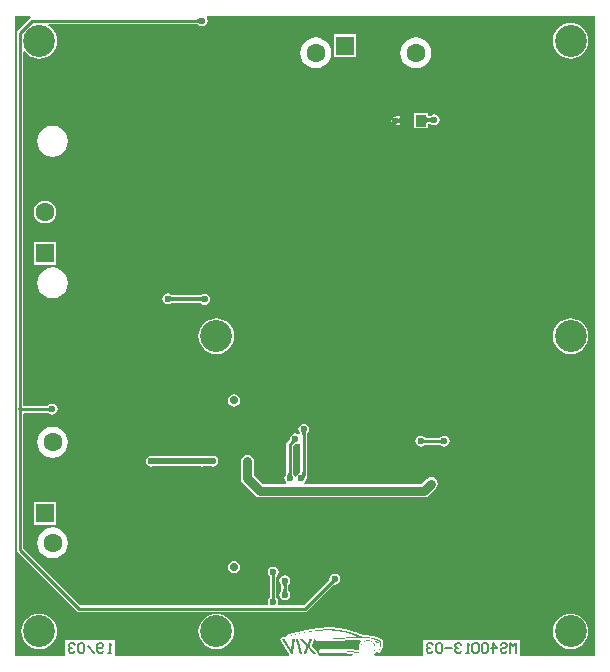
<source format=gbl>
G04*
G04 #@! TF.GenerationSoftware,Altium Limited,Altium Designer,19.0.10 (269)*
G04*
G04 Layer_Physical_Order=2*
G04 Layer_Color=16711680*
%FSLAX25Y25*%
%MOIN*%
G70*
G01*
G75*
%ADD10C,0.01968*%
%ADD11C,0.00984*%
%ADD15C,0.01000*%
%ADD17C,0.00591*%
%ADD23R,0.03543X0.03937*%
%ADD92C,0.01378*%
%ADD96C,0.03150*%
%ADD97C,0.02756*%
%ADD98R,0.06299X0.06299*%
%ADD99C,0.06299*%
%ADD100R,0.06299X0.06299*%
%ADD101C,0.10630*%
%ADD102C,0.02362*%
%ADD103C,0.01181*%
G36*
X63330Y212559D02*
X63261Y212623D01*
X63187Y212680D01*
X63108Y212730D01*
X63022Y212773D01*
X62931Y212810D01*
X62834Y212840D01*
X62732Y212864D01*
X62624Y212880D01*
X62510Y212890D01*
X62391Y212894D01*
Y213878D01*
X62510Y213881D01*
X62624Y213891D01*
X62732Y213908D01*
X62834Y213931D01*
X62931Y213962D01*
X63022Y213998D01*
X63108Y214042D01*
X63187Y214092D01*
X63261Y214149D01*
X63330Y214213D01*
Y212559D01*
D02*
G37*
G36*
X13330Y83031D02*
X13261Y83095D01*
X13187Y83152D01*
X13107Y83202D01*
X13022Y83246D01*
X12931Y83283D01*
X12834Y83313D01*
X12732Y83336D01*
X12624Y83353D01*
X12510Y83363D01*
X12391Y83366D01*
Y84350D01*
X12510Y84354D01*
X12624Y84364D01*
X12732Y84381D01*
X12834Y84404D01*
X12931Y84434D01*
X13022Y84471D01*
X13107Y84514D01*
X13187Y84565D01*
X13261Y84622D01*
X13330Y84685D01*
Y83031D01*
D02*
G37*
G36*
X3937Y85148D02*
X3967Y84980D01*
X4016Y84833D01*
X4085Y84705D01*
X4174Y84597D01*
X4282Y84508D01*
X4410Y84439D01*
X4558Y84390D01*
X4725Y84360D01*
X4912Y84350D01*
Y83366D01*
X4725Y83356D01*
X4558Y83327D01*
X4410Y83278D01*
X4282Y83209D01*
X4174Y83120D01*
X4085Y83012D01*
X4016Y82884D01*
X3967Y82736D01*
X3937Y82569D01*
X3928Y82382D01*
X2943Y83858D01*
X3928Y85335D01*
X3937Y85148D01*
D02*
G37*
G36*
X108558Y10431D02*
X109147D01*
Y10378D01*
X109575D01*
Y10324D01*
X110003D01*
Y10271D01*
X110324D01*
Y10217D01*
X110645D01*
Y10164D01*
X110913D01*
Y10110D01*
X111180D01*
Y10057D01*
X111448D01*
Y10003D01*
X111715D01*
Y9950D01*
X112036D01*
Y9896D01*
X112250D01*
Y9843D01*
X112464D01*
Y9789D01*
X112678D01*
Y9736D01*
X112839D01*
Y9682D01*
X113053D01*
Y9629D01*
X113213D01*
Y9575D01*
X113374D01*
Y9522D01*
X113588D01*
Y9468D01*
X113748D01*
Y9414D01*
X113962D01*
Y9361D01*
X114176D01*
Y9307D01*
X114337D01*
Y9254D01*
X114497D01*
Y9200D01*
X114604D01*
Y9147D01*
X114765D01*
Y9093D01*
X114925D01*
Y9040D01*
X115086D01*
Y8986D01*
X115193D01*
Y8933D01*
X115353D01*
Y8879D01*
X115514D01*
Y8826D01*
X115674D01*
Y8772D01*
X115835D01*
Y8719D01*
X115995D01*
Y8665D01*
X116102D01*
Y8612D01*
X116263D01*
Y8558D01*
X116370D01*
Y8505D01*
X116477D01*
Y8451D01*
X116637D01*
Y8398D01*
X116744D01*
Y8344D01*
X116905D01*
Y8291D01*
X117012D01*
Y8237D01*
X117172D01*
Y8184D01*
X117333D01*
Y8130D01*
X117440D01*
Y8077D01*
X117547D01*
Y8023D01*
X118242D01*
Y7970D01*
X118938D01*
Y7916D01*
X119473D01*
Y7863D01*
X119848D01*
Y7809D01*
X120222D01*
Y7756D01*
X120543D01*
Y7702D01*
X120864D01*
Y7649D01*
X121132D01*
Y7595D01*
X121346D01*
Y7542D01*
X121506D01*
Y7488D01*
X121720D01*
Y7435D01*
X121881D01*
Y7381D01*
X122041D01*
Y7328D01*
X122202D01*
Y7274D01*
X122362D01*
Y7221D01*
X122523D01*
Y7167D01*
X122683D01*
Y7114D01*
X122844D01*
Y7060D01*
X123004D01*
Y7007D01*
X123111D01*
Y6953D01*
X123218D01*
Y6900D01*
X123325D01*
Y6846D01*
X123379D01*
Y6793D01*
X123486D01*
Y6739D01*
X123539D01*
Y6686D01*
X123593D01*
Y6632D01*
X123700D01*
Y6579D01*
X123753D01*
Y6525D01*
Y6472D01*
X123807D01*
Y6418D01*
X123860D01*
Y6365D01*
Y6311D01*
X123914D01*
Y6258D01*
Y6204D01*
Y6151D01*
Y6097D01*
Y6044D01*
Y5990D01*
Y5937D01*
Y5883D01*
Y5830D01*
Y5776D01*
Y5723D01*
Y5669D01*
Y5616D01*
Y5562D01*
Y5509D01*
Y5455D01*
Y5402D01*
Y5348D01*
Y5295D01*
Y5241D01*
X123860D01*
Y5188D01*
Y5134D01*
Y5081D01*
X123807D01*
Y5027D01*
Y4974D01*
Y4920D01*
X123753D01*
Y4867D01*
Y4813D01*
X123700D01*
Y4760D01*
Y4706D01*
Y4653D01*
X123646D01*
Y4599D01*
Y4546D01*
Y4492D01*
X123593D01*
Y4439D01*
Y4385D01*
X123539D01*
Y4332D01*
Y4278D01*
X123486D01*
Y4225D01*
Y4171D01*
X123432D01*
Y4225D01*
Y4278D01*
Y4332D01*
Y4385D01*
X123486D01*
Y4439D01*
Y4492D01*
Y4546D01*
X123539D01*
Y4599D01*
Y4653D01*
Y4706D01*
Y4760D01*
Y4813D01*
Y4867D01*
Y4920D01*
X123593D01*
Y4974D01*
Y5027D01*
Y5081D01*
Y5134D01*
Y5188D01*
X123646D01*
Y5241D01*
Y5295D01*
Y5348D01*
X123593D01*
Y5402D01*
Y5455D01*
Y5509D01*
X123646D01*
Y5562D01*
X123593D01*
Y5616D01*
Y5669D01*
Y5723D01*
Y5776D01*
X123539D01*
Y5830D01*
Y5883D01*
Y5937D01*
Y5990D01*
X123486D01*
Y6044D01*
Y6097D01*
X123432D01*
Y6151D01*
X123379D01*
Y6204D01*
Y6258D01*
X123325D01*
Y6311D01*
X123272D01*
Y6365D01*
X123218D01*
Y6418D01*
X123111D01*
Y6472D01*
X123058D01*
Y6525D01*
X123004D01*
Y6579D01*
X122897D01*
Y6632D01*
X122844D01*
Y6686D01*
X122737D01*
Y6739D01*
X122576D01*
Y6793D01*
X122416D01*
Y6846D01*
X122309D01*
Y6900D01*
X122202D01*
Y6953D01*
X122041D01*
Y7007D01*
X121934D01*
Y7060D01*
X121774D01*
Y7114D01*
X121613D01*
Y7167D01*
X121452D01*
Y7221D01*
X121292D01*
Y7274D01*
X121132D01*
Y7328D01*
X120810D01*
Y7381D01*
X120597D01*
Y7435D01*
X120329D01*
Y7488D01*
X120062D01*
Y7542D01*
X119740D01*
Y7595D01*
X119259D01*
Y7649D01*
X118510D01*
Y7702D01*
X115835D01*
Y7649D01*
X114604D01*
Y7595D01*
X113641D01*
Y7542D01*
X112732D01*
Y7488D01*
X111822D01*
Y7435D01*
X110966D01*
Y7381D01*
X110699D01*
Y7435D01*
X110645D01*
Y7381D01*
X110056D01*
Y7328D01*
X109843D01*
Y7381D01*
X109736D01*
Y7328D01*
X108612D01*
Y7274D01*
X107221D01*
Y7221D01*
X105402D01*
Y7167D01*
X102566D01*
Y7221D01*
X104278D01*
Y7274D01*
X105348D01*
Y7328D01*
X106204D01*
Y7381D01*
X107007D01*
Y7435D01*
X107756D01*
Y7488D01*
X108451D01*
Y7542D01*
X109147D01*
Y7595D01*
X109843D01*
Y7649D01*
X110003D01*
Y7595D01*
X110056D01*
Y7649D01*
X110485D01*
Y7702D01*
X110592D01*
Y7649D01*
X110699D01*
Y7702D01*
X111448D01*
Y7756D01*
X112143D01*
Y7809D01*
X112839D01*
Y7863D01*
X113534D01*
Y7916D01*
X114337D01*
Y7970D01*
X115353D01*
Y8023D01*
X115728D01*
Y8077D01*
Y8130D01*
X115621D01*
Y8184D01*
X115460D01*
Y8237D01*
X115353D01*
Y8291D01*
X115246D01*
Y8344D01*
X115139D01*
Y8398D01*
X114979D01*
Y8451D01*
X114818D01*
Y8505D01*
X114711D01*
Y8558D01*
X114551D01*
Y8612D01*
X114444D01*
Y8665D01*
X114283D01*
Y8719D01*
X114176D01*
Y8772D01*
X114016D01*
Y8826D01*
X113909D01*
Y8879D01*
X113748D01*
Y8933D01*
X113588D01*
Y8986D01*
X113374D01*
Y9040D01*
X113213D01*
Y9093D01*
X113053D01*
Y9147D01*
X112892D01*
Y9200D01*
X112732D01*
Y9254D01*
X112518D01*
Y9307D01*
X112357D01*
Y9361D01*
X112143D01*
Y9414D01*
X111983D01*
Y9468D01*
X111769D01*
Y9522D01*
X111555D01*
Y9575D01*
X111234D01*
Y9629D01*
X110966D01*
Y9682D01*
X110699D01*
Y9736D01*
X110431D01*
Y9789D01*
X110163D01*
Y9843D01*
X109843D01*
Y9896D01*
X109521D01*
Y9950D01*
X109147D01*
Y10003D01*
X108719D01*
Y10057D01*
X108184D01*
Y10110D01*
X107381D01*
Y10164D01*
X107274D01*
Y10110D01*
X107060D01*
Y10164D01*
X104332D01*
Y10110D01*
X104064D01*
Y10164D01*
X103957D01*
Y10110D01*
X103101D01*
Y10057D01*
X102459D01*
Y10003D01*
X101978D01*
Y9950D01*
X101550D01*
Y9896D01*
X101175D01*
Y9843D01*
X100801D01*
Y9789D01*
X100426D01*
Y9736D01*
X100105D01*
Y9682D01*
X99784D01*
Y9629D01*
X99463D01*
Y9575D01*
X99035D01*
Y9522D01*
X98714D01*
Y9468D01*
X98447D01*
Y9414D01*
X98179D01*
Y9361D01*
X97912D01*
Y9307D01*
X97644D01*
Y9254D01*
X97430D01*
Y9200D01*
X97162D01*
Y9147D01*
X96948D01*
Y9093D01*
X96681D01*
Y9040D01*
X96413D01*
Y8986D01*
X96146D01*
Y8933D01*
X95878D01*
Y8986D01*
X96092D01*
Y9040D01*
X96306D01*
Y9093D01*
X96520D01*
Y9147D01*
X96734D01*
Y9200D01*
X96948D01*
Y9254D01*
X97162D01*
Y9307D01*
X97430D01*
Y9361D01*
X97751D01*
Y9414D01*
X98018D01*
Y9468D01*
X98233D01*
Y9522D01*
X98500D01*
Y9575D01*
X98768D01*
Y9629D01*
X98981D01*
Y9682D01*
X99249D01*
Y9736D01*
X99516D01*
Y9789D01*
X99784D01*
Y9843D01*
X100105D01*
Y9896D01*
X100373D01*
Y9950D01*
X100426D01*
Y9896D01*
X100480D01*
Y9950D01*
X100801D01*
Y10003D01*
X101175D01*
Y10057D01*
X101496D01*
Y10110D01*
X101817D01*
Y10164D01*
X102192D01*
Y10217D01*
X102566D01*
Y10271D01*
X102994D01*
Y10324D01*
X103422D01*
Y10378D01*
X103957D01*
Y10431D01*
X104599D01*
Y10485D01*
X104760D01*
Y10431D01*
X104867D01*
Y10485D01*
X108344D01*
Y10431D01*
X108398D01*
Y10485D01*
X108558D01*
Y10431D01*
D02*
G37*
G36*
X95878Y8879D02*
X95664D01*
Y8933D01*
X95878D01*
Y8879D01*
D02*
G37*
G36*
X95664Y8826D02*
X95450D01*
Y8772D01*
X95236D01*
Y8719D01*
X95022D01*
Y8665D01*
X94808D01*
Y8612D01*
X94594D01*
Y8558D01*
X94380D01*
Y8505D01*
X94113D01*
Y8558D01*
X94273D01*
Y8612D01*
X94487D01*
Y8665D01*
X94701D01*
Y8719D01*
X94915D01*
Y8772D01*
X95129D01*
Y8826D01*
X95397D01*
Y8879D01*
X95664D01*
Y8826D01*
D02*
G37*
G36*
X94113Y8451D02*
X93899D01*
Y8505D01*
X94113D01*
Y8451D01*
D02*
G37*
G36*
X93899Y8398D02*
X93685D01*
Y8451D01*
X93899D01*
Y8398D01*
D02*
G37*
G36*
X93203Y8237D02*
X92989D01*
Y8291D01*
X93203D01*
Y8237D01*
D02*
G37*
G36*
X92989Y8184D02*
X92829D01*
Y8237D01*
X92989D01*
Y8184D01*
D02*
G37*
G36*
X121506Y6793D02*
X121720D01*
Y6739D01*
X121881D01*
Y6686D01*
X122041D01*
Y6632D01*
X122202D01*
Y6579D01*
X122362D01*
Y6525D01*
X122469D01*
Y6472D01*
X122576D01*
Y6418D01*
X122683D01*
Y6365D01*
X122737D01*
Y6311D01*
X122790D01*
Y6258D01*
X122897D01*
Y6204D01*
X122951D01*
Y6151D01*
X123004D01*
Y6097D01*
Y6044D01*
Y5990D01*
X122897D01*
Y5937D01*
X122523D01*
Y5990D01*
X122416D01*
Y6044D01*
X122309D01*
Y6097D01*
X122255D01*
Y6151D01*
X122202D01*
Y6204D01*
X122148D01*
Y6258D01*
X122095D01*
Y6311D01*
X122041D01*
Y6365D01*
X121988D01*
Y6418D01*
X121881D01*
Y6472D01*
X121827D01*
Y6525D01*
X121774D01*
Y6579D01*
X121720D01*
Y6632D01*
X121613D01*
Y6686D01*
X121560D01*
Y6739D01*
X121452D01*
Y6793D01*
X121346D01*
Y6846D01*
X121506D01*
Y6793D01*
D02*
G37*
G36*
X100801Y7221D02*
Y7167D01*
X100747D01*
Y7114D01*
Y7060D01*
Y7007D01*
X100694D01*
Y6953D01*
Y6900D01*
X100640D01*
Y6846D01*
Y6793D01*
Y6739D01*
X100587D01*
Y6686D01*
Y6632D01*
Y6579D01*
X100533D01*
Y6525D01*
Y6472D01*
Y6418D01*
X100480D01*
Y6365D01*
Y6311D01*
X100426D01*
Y6258D01*
Y6204D01*
Y6151D01*
X100373D01*
Y6097D01*
Y6044D01*
X100319D01*
Y5990D01*
Y5937D01*
Y5883D01*
X100266D01*
Y5830D01*
Y5776D01*
X100212D01*
Y5723D01*
Y5669D01*
Y5616D01*
X100159D01*
Y5562D01*
Y5509D01*
X100105D01*
Y5455D01*
Y5402D01*
Y5348D01*
X100052D01*
Y5295D01*
Y5241D01*
Y5188D01*
Y5134D01*
X99998D01*
Y5081D01*
Y5027D01*
X99945D01*
Y4974D01*
Y4920D01*
Y4867D01*
Y4813D01*
X99998D01*
Y4760D01*
X100052D01*
Y4706D01*
X100105D01*
Y4653D01*
X100159D01*
Y4599D01*
Y4546D01*
X100212D01*
Y4492D01*
X100266D01*
Y4439D01*
X100319D01*
Y4385D01*
X100373D01*
Y4332D01*
X100426D01*
Y4278D01*
X100480D01*
Y4225D01*
X100533D01*
Y4171D01*
X100587D01*
Y4118D01*
Y4064D01*
X100640D01*
Y4011D01*
X100694D01*
Y3957D01*
X100747D01*
Y3904D01*
X100801D01*
Y3850D01*
X100854D01*
Y3797D01*
X100908D01*
Y3743D01*
Y3690D01*
X100961D01*
Y3636D01*
X101015D01*
Y3583D01*
X101068D01*
Y3529D01*
X101122D01*
Y3476D01*
X101175D01*
Y3422D01*
X101229D01*
Y3369D01*
X101282D01*
Y3315D01*
Y3262D01*
X101336D01*
Y3208D01*
X101389D01*
Y3155D01*
X101443D01*
Y3101D01*
X101496D01*
Y3048D01*
X101550D01*
Y2994D01*
X101603D01*
Y2941D01*
X101657D01*
Y2887D01*
X101710D01*
Y2834D01*
Y2780D01*
X101764D01*
Y2727D01*
X101817D01*
Y2673D01*
X101871D01*
Y2620D01*
X101924D01*
Y2566D01*
X101978D01*
Y2513D01*
X102031D01*
Y2459D01*
Y2406D01*
X102138D01*
Y2352D01*
X101175D01*
Y2406D01*
X101122D01*
Y2459D01*
X101068D01*
Y2513D01*
Y2566D01*
X101015D01*
Y2620D01*
X100961D01*
Y2673D01*
X100908D01*
Y2727D01*
X100854D01*
Y2780D01*
X100801D01*
Y2834D01*
X100747D01*
Y2887D01*
X100694D01*
Y2941D01*
Y2994D01*
X100640D01*
Y3048D01*
X100587D01*
Y3101D01*
X100533D01*
Y3155D01*
X100480D01*
Y3208D01*
Y3262D01*
X100426D01*
Y3315D01*
X100373D01*
Y3369D01*
X100319D01*
Y3422D01*
X100266D01*
Y3476D01*
X100212D01*
Y3529D01*
X100159D01*
Y3583D01*
X100105D01*
Y3636D01*
Y3690D01*
X100052D01*
Y3743D01*
X99998D01*
Y3797D01*
X99945D01*
Y3850D01*
X99891D01*
Y3904D01*
X99838D01*
Y3957D01*
Y4011D01*
X99784D01*
Y4064D01*
X99731D01*
Y4118D01*
X99677D01*
Y4171D01*
X99624D01*
Y4225D01*
X99516D01*
Y4171D01*
X99463D01*
Y4118D01*
Y4064D01*
Y4011D01*
Y3957D01*
X99410D01*
Y3904D01*
Y3850D01*
X99356D01*
Y3797D01*
Y3743D01*
Y3690D01*
X99303D01*
Y3636D01*
Y3583D01*
Y3529D01*
X99249D01*
Y3476D01*
Y3422D01*
X99195D01*
Y3369D01*
Y3315D01*
X99142D01*
Y3262D01*
Y3208D01*
Y3155D01*
X99089D01*
Y3101D01*
Y3048D01*
Y2994D01*
X99035D01*
Y2941D01*
Y2887D01*
Y2834D01*
X98981D01*
Y2780D01*
Y2727D01*
X98928D01*
Y2673D01*
Y2620D01*
Y2566D01*
Y2513D01*
X98874D01*
Y2459D01*
Y2406D01*
Y2352D01*
X97965D01*
Y2406D01*
X98018D01*
Y2459D01*
Y2513D01*
X98072D01*
Y2566D01*
Y2620D01*
X98125D01*
Y2673D01*
Y2727D01*
Y2780D01*
X98179D01*
Y2834D01*
Y2887D01*
X98233D01*
Y2941D01*
Y2994D01*
Y3048D01*
X98286D01*
Y3101D01*
Y3155D01*
X98339D01*
Y3208D01*
Y3262D01*
Y3315D01*
X98393D01*
Y3369D01*
Y3422D01*
X98447D01*
Y3476D01*
Y3529D01*
Y3583D01*
X98500D01*
Y3636D01*
Y3690D01*
Y3743D01*
Y3797D01*
X98554D01*
Y3850D01*
Y3904D01*
X98607D01*
Y3957D01*
Y4011D01*
X98660D01*
Y4064D01*
Y4118D01*
Y4171D01*
X98714D01*
Y4225D01*
Y4278D01*
Y4332D01*
X98768D01*
Y4385D01*
Y4439D01*
X98821D01*
Y4492D01*
Y4546D01*
X98874D01*
Y4599D01*
Y4653D01*
Y4706D01*
X98928D01*
Y4760D01*
Y4813D01*
Y4867D01*
Y4920D01*
X98874D01*
Y4974D01*
X98821D01*
Y5027D01*
X98768D01*
Y5081D01*
X98714D01*
Y5134D01*
X98660D01*
Y5188D01*
X98607D01*
Y5241D01*
Y5295D01*
X98554D01*
Y5348D01*
X98500D01*
Y5402D01*
X98447D01*
Y5455D01*
X98393D01*
Y5509D01*
X98339D01*
Y5562D01*
X98286D01*
Y5616D01*
X98233D01*
Y5669D01*
X98179D01*
Y5723D01*
Y5776D01*
X98125D01*
Y5830D01*
X98072D01*
Y5883D01*
X98018D01*
Y5937D01*
X97965D01*
Y5990D01*
X97912D01*
Y6044D01*
X97858D01*
Y6097D01*
X97804D01*
Y6151D01*
Y6204D01*
X97751D01*
Y6258D01*
X97698D01*
Y6311D01*
X97644D01*
Y6365D01*
X97591D01*
Y6418D01*
X97537D01*
Y6472D01*
X97483D01*
Y6525D01*
X97430D01*
Y6579D01*
Y6632D01*
X97376D01*
Y6686D01*
X97323D01*
Y6739D01*
X97269D01*
Y6793D01*
X97216D01*
Y6846D01*
X97162D01*
Y6900D01*
X97109D01*
Y6953D01*
X97055D01*
Y7007D01*
Y7060D01*
X97002D01*
Y7114D01*
X96948D01*
Y7167D01*
X96895D01*
Y7221D01*
X96841D01*
Y7274D01*
X97751D01*
Y7221D01*
X97804D01*
Y7167D01*
X97858D01*
Y7114D01*
X97912D01*
Y7060D01*
X97965D01*
Y7007D01*
X98018D01*
Y6953D01*
Y6900D01*
X98072D01*
Y6846D01*
X98125D01*
Y6793D01*
X98179D01*
Y6739D01*
X98233D01*
Y6686D01*
X98286D01*
Y6632D01*
X98339D01*
Y6579D01*
Y6525D01*
X98393D01*
Y6472D01*
X98447D01*
Y6418D01*
X98500D01*
Y6365D01*
X98554D01*
Y6311D01*
Y6258D01*
X98607D01*
Y6204D01*
X98660D01*
Y6151D01*
X98714D01*
Y6097D01*
X98768D01*
Y6044D01*
X98821D01*
Y5990D01*
X98874D01*
Y5937D01*
X98928D01*
Y5883D01*
Y5830D01*
X98981D01*
Y5776D01*
X99035D01*
Y5723D01*
X99089D01*
Y5669D01*
X99142D01*
Y5616D01*
Y5562D01*
X99195D01*
Y5509D01*
X99356D01*
Y5562D01*
Y5616D01*
Y5669D01*
X99410D01*
Y5723D01*
Y5776D01*
X99463D01*
Y5830D01*
Y5883D01*
Y5937D01*
X99516D01*
Y5990D01*
Y6044D01*
X99570D01*
Y6097D01*
Y6151D01*
Y6204D01*
Y6258D01*
X99624D01*
Y6311D01*
Y6365D01*
Y6418D01*
X99677D01*
Y6472D01*
Y6525D01*
X99731D01*
Y6579D01*
Y6632D01*
X99784D01*
Y6686D01*
Y6739D01*
Y6793D01*
X99838D01*
Y6846D01*
Y6900D01*
X99891D01*
Y6953D01*
Y7007D01*
Y7060D01*
X99945D01*
Y7114D01*
Y7167D01*
Y7221D01*
X99998D01*
Y7274D01*
X100801D01*
Y7221D01*
D02*
G37*
G36*
X123432Y4118D02*
Y4064D01*
Y4011D01*
X123379D01*
Y4064D01*
Y4118D01*
Y4171D01*
X123432D01*
Y4118D01*
D02*
G37*
G36*
X123379Y3957D02*
Y3904D01*
Y3850D01*
X123325D01*
Y3904D01*
Y3957D01*
Y4011D01*
X123379D01*
Y3957D01*
D02*
G37*
G36*
X95076Y7221D02*
Y7167D01*
X95022D01*
Y7114D01*
Y7060D01*
Y7007D01*
Y6953D01*
Y6900D01*
Y6846D01*
Y6793D01*
Y6739D01*
Y6686D01*
Y6632D01*
Y6579D01*
X94969D01*
Y6525D01*
Y6472D01*
Y6418D01*
Y6365D01*
Y6311D01*
Y6258D01*
Y6204D01*
X94915D01*
Y6151D01*
Y6097D01*
Y6044D01*
Y5990D01*
Y5937D01*
Y5883D01*
Y5830D01*
Y5776D01*
X94862D01*
Y5723D01*
Y5669D01*
Y5616D01*
Y5562D01*
Y5509D01*
Y5455D01*
Y5402D01*
X94808D01*
Y5348D01*
Y5295D01*
Y5241D01*
Y5188D01*
Y5134D01*
Y5081D01*
Y5027D01*
X94755D01*
Y4974D01*
Y4920D01*
Y4867D01*
Y4813D01*
Y4760D01*
Y4706D01*
Y4653D01*
Y4599D01*
X94701D01*
Y4546D01*
Y4492D01*
Y4439D01*
Y4385D01*
Y4332D01*
Y4278D01*
Y4225D01*
X94648D01*
Y4171D01*
Y4118D01*
Y4064D01*
Y4011D01*
Y3957D01*
Y3904D01*
Y3850D01*
Y3797D01*
X94594D01*
Y3743D01*
Y3690D01*
Y3636D01*
Y3583D01*
Y3529D01*
Y3476D01*
Y3422D01*
Y3369D01*
X94541D01*
Y3315D01*
Y3262D01*
Y3208D01*
Y3155D01*
Y3101D01*
Y3048D01*
Y2994D01*
Y2941D01*
X94487D01*
Y2887D01*
Y2834D01*
Y2780D01*
Y2727D01*
Y2673D01*
Y2620D01*
Y2566D01*
Y2513D01*
Y2459D01*
X94434D01*
Y2406D01*
X94487D01*
Y2352D01*
X93845D01*
Y2406D01*
Y2459D01*
X93792D01*
Y2513D01*
X93738D01*
Y2566D01*
Y2620D01*
X93685D01*
Y2673D01*
Y2727D01*
X93631D01*
Y2780D01*
X93578D01*
Y2834D01*
X93524D01*
Y2887D01*
Y2941D01*
X93471D01*
Y2994D01*
Y3048D01*
X93417D01*
Y3101D01*
X93364D01*
Y3155D01*
Y3208D01*
X93310D01*
Y3262D01*
Y3315D01*
X93257D01*
Y3369D01*
X93203D01*
Y3422D01*
Y3476D01*
X93150D01*
Y3529D01*
X93096D01*
Y3583D01*
Y3636D01*
X93043D01*
Y3690D01*
X92989D01*
Y3743D01*
Y3797D01*
X92936D01*
Y3850D01*
Y3904D01*
X92882D01*
Y3957D01*
X92829D01*
Y4011D01*
Y4064D01*
X92775D01*
Y4118D01*
Y4171D01*
X92722D01*
Y4225D01*
X92668D01*
Y4278D01*
Y4332D01*
X92615D01*
Y4385D01*
X92561D01*
Y4439D01*
Y4492D01*
X92508D01*
Y4546D01*
X92454D01*
Y4599D01*
Y4653D01*
X92401D01*
Y4706D01*
X92347D01*
Y4760D01*
Y4813D01*
X92294D01*
Y4867D01*
Y4920D01*
X92240D01*
Y4974D01*
X92187D01*
Y5027D01*
Y5081D01*
X92133D01*
Y5134D01*
X92080D01*
Y5188D01*
Y5241D01*
X92026D01*
Y5295D01*
Y5348D01*
X91973D01*
Y5402D01*
X91919D01*
Y5455D01*
Y5509D01*
X91866D01*
Y5562D01*
X91812D01*
Y5616D01*
Y5669D01*
X91759D01*
Y5723D01*
Y5776D01*
X91705D01*
Y5830D01*
X91652D01*
Y5883D01*
Y5937D01*
X91598D01*
Y5990D01*
Y6044D01*
X91545D01*
Y6097D01*
X91491D01*
Y6151D01*
X91438D01*
Y6204D01*
Y6258D01*
X91384D01*
Y6311D01*
X91331D01*
Y6365D01*
Y6418D01*
X91277D01*
Y6472D01*
Y6525D01*
X91224D01*
Y6579D01*
X91170D01*
Y6632D01*
Y6686D01*
X91117D01*
Y6739D01*
Y6793D01*
X91063D01*
Y6846D01*
X91010D01*
Y6900D01*
Y6953D01*
X90956D01*
Y7007D01*
X90903D01*
Y7060D01*
Y7114D01*
X90849D01*
Y7167D01*
X90796D01*
Y7221D01*
Y7274D01*
X91598D01*
Y7221D01*
X91652D01*
Y7167D01*
X91705D01*
Y7114D01*
Y7060D01*
X91759D01*
Y7007D01*
Y6953D01*
X91812D01*
Y6900D01*
X91866D01*
Y6846D01*
Y6793D01*
X91919D01*
Y6739D01*
Y6686D01*
X91973D01*
Y6632D01*
X92026D01*
Y6579D01*
X92080D01*
Y6525D01*
Y6472D01*
X92133D01*
Y6418D01*
Y6365D01*
X92187D01*
Y6311D01*
X92240D01*
Y6258D01*
Y6204D01*
X92294D01*
Y6151D01*
Y6097D01*
X92347D01*
Y6044D01*
X92401D01*
Y5990D01*
Y5937D01*
X92454D01*
Y5883D01*
Y5830D01*
X92508D01*
Y5776D01*
X92561D01*
Y5723D01*
Y5669D01*
X92615D01*
Y5616D01*
Y5562D01*
X92668D01*
Y5509D01*
X92722D01*
Y5455D01*
Y5402D01*
X92775D01*
Y5348D01*
X92829D01*
Y5295D01*
Y5241D01*
X92882D01*
Y5188D01*
Y5134D01*
X92936D01*
Y5081D01*
X92989D01*
Y5027D01*
Y4974D01*
X93043D01*
Y4920D01*
X93096D01*
Y4867D01*
Y4813D01*
X93150D01*
Y4760D01*
Y4706D01*
X93203D01*
Y4653D01*
X93257D01*
Y4599D01*
Y4546D01*
X93310D01*
Y4492D01*
Y4439D01*
X93364D01*
Y4385D01*
X93417D01*
Y4332D01*
Y4278D01*
X93471D01*
Y4225D01*
Y4171D01*
X93524D01*
Y4118D01*
Y4064D01*
X93578D01*
Y4011D01*
X93631D01*
Y3957D01*
Y3904D01*
X93685D01*
Y3850D01*
X93738D01*
Y3797D01*
X93845D01*
Y3850D01*
Y3904D01*
Y3957D01*
Y4011D01*
Y4064D01*
X93899D01*
Y4118D01*
Y4171D01*
Y4225D01*
Y4278D01*
Y4332D01*
Y4385D01*
Y4439D01*
Y4492D01*
X93952D01*
Y4546D01*
Y4599D01*
Y4653D01*
Y4706D01*
Y4760D01*
Y4813D01*
Y4867D01*
Y4920D01*
Y4974D01*
X94006D01*
Y5027D01*
Y5081D01*
Y5134D01*
Y5188D01*
Y5241D01*
Y5295D01*
Y5348D01*
Y5402D01*
X94059D01*
Y5455D01*
Y5509D01*
Y5562D01*
Y5616D01*
Y5669D01*
Y5723D01*
Y5776D01*
Y5830D01*
Y5883D01*
Y5937D01*
Y5990D01*
Y6044D01*
Y6097D01*
X94113D01*
Y6151D01*
Y6204D01*
Y6258D01*
Y6311D01*
Y6365D01*
Y6418D01*
Y6472D01*
Y6525D01*
X94166D01*
Y6579D01*
Y6632D01*
Y6686D01*
Y6739D01*
Y6793D01*
Y6846D01*
Y6900D01*
Y6953D01*
X94220D01*
Y7007D01*
Y7060D01*
Y7114D01*
Y7167D01*
Y7221D01*
Y7274D01*
X95076D01*
Y7221D01*
D02*
G37*
G36*
X123325Y3797D02*
Y3743D01*
X123272D01*
Y3797D01*
Y3850D01*
X123325D01*
Y3797D01*
D02*
G37*
G36*
X123272Y3690D02*
Y3636D01*
X123218D01*
Y3690D01*
Y3743D01*
X123272D01*
Y3690D01*
D02*
G37*
G36*
X102107Y6708D02*
X102566Y6518D01*
X105402D01*
X105531Y6572D01*
X107221D01*
X107350Y6625D01*
X108612D01*
X108741Y6679D01*
X109736D01*
X109789Y6701D01*
X109843Y6679D01*
X110056D01*
X110186Y6732D01*
X110645D01*
X110672Y6743D01*
X110699Y6732D01*
X110966D01*
X111095Y6786D01*
X111822D01*
X111951Y6839D01*
X112732D01*
X112861Y6893D01*
X113641D01*
X113770Y6946D01*
X114604D01*
X114733Y7000D01*
X115835D01*
X115964Y7053D01*
X116689D01*
X117005Y6584D01*
X116981Y6396D01*
X116938Y6294D01*
X116927Y6289D01*
X116911Y6251D01*
X116874Y6236D01*
X116831Y6133D01*
X116820Y6129D01*
X116778Y6026D01*
X116767Y6022D01*
X116724Y5919D01*
X116713Y5914D01*
X116523Y5455D01*
Y5424D01*
X116469Y5295D01*
Y5263D01*
X116416Y5134D01*
Y5103D01*
X116362Y4974D01*
Y3957D01*
X116240Y3760D01*
X116135Y3634D01*
X115954Y3563D01*
X115888Y3590D01*
X115750D01*
X115621Y3644D01*
X115429D01*
X115300Y3697D01*
X115161D01*
X115032Y3751D01*
X114787D01*
X114658Y3804D01*
X114412D01*
X114283Y3858D01*
X113824D01*
X113695Y3911D01*
X113182D01*
X113053Y3965D01*
X112486D01*
X112357Y4018D01*
X111416D01*
X111287Y4072D01*
X107863D01*
X107734Y4018D01*
X106151D01*
X106022Y3965D01*
X105134D01*
X105005Y3911D01*
X104385D01*
X104256Y3858D01*
X103743D01*
X103284Y3667D01*
X103094Y3208D01*
Y3155D01*
X103284Y2695D01*
X103743Y2505D01*
X104385D01*
X104514Y2559D01*
X105562D01*
X105692Y2612D01*
X107702D01*
X107832Y2666D01*
X109820D01*
X109950Y2612D01*
X111104D01*
X111234Y2559D01*
X111800D01*
X111929Y2505D01*
X112335D01*
X112464Y2452D01*
X112817D01*
X112946Y2398D01*
X113244D01*
X113374Y2345D01*
X113566D01*
X113695Y2291D01*
X113940D01*
X114069Y2238D01*
X114309D01*
X114325Y2234D01*
X114444Y2184D01*
X114482Y2131D01*
X114225Y1631D01*
X102989D01*
X102696Y2131D01*
X102788Y2352D01*
Y2406D01*
X102597Y2865D01*
X102522Y2896D01*
X102490Y2972D01*
X102453Y2988D01*
X102437Y3025D01*
X102399Y3041D01*
X102383Y3079D01*
X102346Y3095D01*
X102330Y3132D01*
X102292Y3148D01*
X102276Y3186D01*
X102239Y3202D01*
X102223Y3239D01*
X102212Y3244D01*
X102169Y3346D01*
X102131Y3362D01*
X102116Y3400D01*
X102078Y3416D01*
X102062Y3453D01*
X102024Y3469D01*
X102009Y3507D01*
X101971Y3523D01*
X101955Y3560D01*
X101918Y3576D01*
X101902Y3614D01*
X101864Y3630D01*
X101848Y3667D01*
X101811Y3683D01*
X101795Y3721D01*
X101784Y3726D01*
X101741Y3828D01*
X101704Y3844D01*
X101688Y3881D01*
X101650Y3897D01*
X101634Y3935D01*
X101596Y3951D01*
X101581Y3988D01*
X101543Y4004D01*
X101527Y4042D01*
X101489Y4058D01*
X101474Y4095D01*
X101436Y4111D01*
X101420Y4149D01*
X101409Y4154D01*
X101367Y4256D01*
X101329Y4272D01*
X101313Y4310D01*
X101276Y4325D01*
X101260Y4363D01*
X101222Y4379D01*
X101206Y4417D01*
X101169Y4432D01*
X101153Y4470D01*
X101115Y4486D01*
X101099Y4524D01*
X101088Y4528D01*
X101046Y4631D01*
X101008Y4646D01*
X100992Y4684D01*
X100954Y4700D01*
X100939Y4738D01*
X100901Y4753D01*
X100885Y4791D01*
X100791Y5066D01*
X100768Y5188D01*
X100765Y5278D01*
X100784Y5429D01*
X100862Y5616D01*
Y5625D01*
X100969Y5883D01*
Y5892D01*
X101075Y6151D01*
Y6160D01*
X101182Y6418D01*
Y6450D01*
X101236Y6579D01*
Y6610D01*
X101289Y6739D01*
Y6749D01*
X101397Y7007D01*
Y7038D01*
X101450Y7167D01*
X101917D01*
X102107Y6708D01*
D02*
G37*
G36*
X123165Y3422D02*
Y3369D01*
X123111D01*
Y3422D01*
Y3476D01*
X123165D01*
Y3422D01*
D02*
G37*
G36*
X104385Y3155D02*
X103743D01*
Y3208D01*
X104385D01*
Y3155D01*
D02*
G37*
G36*
X119955Y6846D02*
X120115D01*
Y6793D01*
X120275D01*
Y6739D01*
X120436D01*
Y6686D01*
X120543D01*
Y6632D01*
X120650D01*
Y6579D01*
X120757D01*
Y6525D01*
X120810D01*
Y6472D01*
X120917D01*
Y6418D01*
X120971D01*
Y6365D01*
X121025D01*
Y6311D01*
X121078D01*
Y6258D01*
X121132D01*
Y6204D01*
X121185D01*
Y6151D01*
X121239D01*
Y6097D01*
X121292D01*
Y6044D01*
X121346D01*
Y5990D01*
X121399D01*
Y5937D01*
Y5883D01*
X121452D01*
Y5830D01*
X121506D01*
Y5776D01*
Y5723D01*
X121560D01*
Y5669D01*
Y5616D01*
X121613D01*
Y5562D01*
Y5509D01*
X121667D01*
Y5455D01*
Y5402D01*
X121720D01*
Y5348D01*
Y5295D01*
Y5241D01*
Y5188D01*
X121774D01*
Y5134D01*
Y5081D01*
Y5027D01*
X121827D01*
Y4974D01*
Y4920D01*
Y4867D01*
Y4813D01*
Y4760D01*
Y4706D01*
X121881D01*
Y4653D01*
Y4599D01*
Y4546D01*
Y4492D01*
Y4439D01*
Y4385D01*
Y4332D01*
Y4278D01*
Y4225D01*
Y4171D01*
X121827D01*
Y4118D01*
Y4064D01*
Y4011D01*
Y3957D01*
Y3904D01*
X121774D01*
Y3850D01*
Y3797D01*
Y3743D01*
Y3690D01*
X121720D01*
Y3636D01*
Y3583D01*
Y3529D01*
Y3476D01*
X121667D01*
Y3422D01*
Y3369D01*
X121613D01*
Y3315D01*
Y3262D01*
X121560D01*
Y3208D01*
X121506D01*
Y3155D01*
Y3101D01*
X121452D01*
Y3048D01*
Y2994D01*
X121399D01*
Y2941D01*
X121346D01*
Y2994D01*
Y3048D01*
X121399D01*
Y3101D01*
Y3155D01*
X121452D01*
Y3208D01*
Y3262D01*
X121506D01*
Y3315D01*
X121560D01*
Y3369D01*
Y3422D01*
Y3476D01*
X121613D01*
Y3529D01*
Y3583D01*
Y3636D01*
X121667D01*
Y3690D01*
Y3743D01*
Y3797D01*
X121720D01*
Y3850D01*
Y3904D01*
Y3957D01*
Y4011D01*
Y4064D01*
Y4118D01*
Y4171D01*
X121774D01*
Y4225D01*
Y4278D01*
Y4332D01*
Y4385D01*
Y4439D01*
Y4492D01*
X121720D01*
Y4546D01*
Y4599D01*
Y4653D01*
Y4706D01*
Y4760D01*
Y4813D01*
Y4867D01*
Y4920D01*
X121667D01*
Y4974D01*
Y5027D01*
Y5081D01*
X121613D01*
Y5134D01*
Y5188D01*
Y5241D01*
X121560D01*
Y5295D01*
Y5348D01*
X121506D01*
Y5402D01*
Y5455D01*
X121452D01*
Y5509D01*
Y5562D01*
X121399D01*
Y5616D01*
X121346D01*
Y5669D01*
Y5723D01*
X121292D01*
Y5776D01*
X121239D01*
Y5830D01*
X121185D01*
Y5883D01*
Y5937D01*
X121132D01*
Y5990D01*
X121078D01*
Y6044D01*
X121025D01*
Y6097D01*
X120971D01*
Y6151D01*
X120864D01*
Y6204D01*
X120810D01*
Y6258D01*
X120757D01*
Y6311D01*
X120650D01*
Y6365D01*
X120597D01*
Y6418D01*
X120490D01*
Y6472D01*
X120382D01*
Y6525D01*
X120222D01*
Y6579D01*
X120115D01*
Y6632D01*
X119901D01*
Y6686D01*
X118991D01*
Y6632D01*
X118777D01*
Y6579D01*
X118617D01*
Y6525D01*
X118510D01*
Y6472D01*
X118403D01*
Y6418D01*
X118296D01*
Y6365D01*
X118189D01*
Y6311D01*
X118135D01*
Y6258D01*
X118082D01*
Y6204D01*
X117975D01*
Y6151D01*
X117921D01*
Y6097D01*
X117868D01*
Y6044D01*
X117814D01*
Y5990D01*
X117761D01*
Y5937D01*
X117707D01*
Y5883D01*
X117654D01*
Y5830D01*
X117600D01*
Y5776D01*
X117547D01*
Y5723D01*
Y5669D01*
X117493D01*
Y5616D01*
X117440D01*
Y5562D01*
Y5509D01*
X117386D01*
Y5455D01*
Y5402D01*
X117333D01*
Y5348D01*
Y5295D01*
X117279D01*
Y5241D01*
Y5188D01*
Y5134D01*
X117226D01*
Y5081D01*
Y5027D01*
Y4974D01*
X117172D01*
Y4920D01*
Y4867D01*
Y4813D01*
Y4760D01*
Y4706D01*
Y4653D01*
X117119D01*
Y4599D01*
Y4546D01*
Y4492D01*
Y4439D01*
Y4385D01*
Y4332D01*
Y4278D01*
Y4225D01*
Y4171D01*
Y4118D01*
Y4064D01*
X117172D01*
Y4011D01*
Y3957D01*
Y3904D01*
Y3850D01*
Y3797D01*
X117226D01*
Y3743D01*
Y3690D01*
Y3636D01*
Y3583D01*
X117279D01*
Y3529D01*
Y3476D01*
Y3422D01*
X117333D01*
Y3369D01*
Y3315D01*
Y3262D01*
X117386D01*
Y3208D01*
Y3155D01*
X117440D01*
Y3101D01*
X117493D01*
Y3048D01*
Y2994D01*
X117547D01*
Y2941D01*
X117600D01*
Y2887D01*
Y2834D01*
X117547D01*
Y2887D01*
X117493D01*
Y2941D01*
X117440D01*
Y2994D01*
Y3048D01*
X117386D01*
Y3101D01*
Y3155D01*
X117333D01*
Y3208D01*
X117279D01*
Y3262D01*
Y3315D01*
X117226D01*
Y3369D01*
Y3422D01*
Y3476D01*
X117172D01*
Y3529D01*
Y3583D01*
X117119D01*
Y3636D01*
Y3690D01*
Y3743D01*
X117065D01*
Y3797D01*
Y3850D01*
Y3904D01*
Y3957D01*
X117012D01*
Y4011D01*
Y4064D01*
Y4118D01*
Y4171D01*
Y4225D01*
Y4278D01*
Y4332D01*
Y4385D01*
Y4439D01*
Y4492D01*
Y4546D01*
Y4599D01*
Y4653D01*
Y4706D01*
Y4760D01*
Y4813D01*
Y4867D01*
Y4920D01*
Y4974D01*
X117065D01*
Y5027D01*
Y5081D01*
Y5134D01*
X117119D01*
Y5188D01*
Y5241D01*
Y5295D01*
X117172D01*
Y5348D01*
Y5402D01*
Y5455D01*
X117226D01*
Y5509D01*
Y5562D01*
X117279D01*
Y5616D01*
Y5669D01*
X117333D01*
Y5723D01*
Y5776D01*
X117386D01*
Y5830D01*
X117440D01*
Y5883D01*
Y5937D01*
X117493D01*
Y5990D01*
X117547D01*
Y6044D01*
X117600D01*
Y6097D01*
X117654D01*
Y6151D01*
X117707D01*
Y6204D01*
Y6258D01*
X117761D01*
Y6311D01*
X117868D01*
Y6365D01*
X117921D01*
Y6418D01*
X117975D01*
Y6472D01*
X118028D01*
Y6525D01*
X118135D01*
Y6579D01*
X118242D01*
Y6632D01*
X118349D01*
Y6686D01*
X118456D01*
Y6739D01*
X118563D01*
Y6793D01*
X118724D01*
Y6846D01*
X118938D01*
Y6900D01*
X119955D01*
Y6846D01*
D02*
G37*
G36*
X121346Y2887D02*
X121292D01*
Y2941D01*
X121346D01*
Y2887D01*
D02*
G37*
G36*
X121292Y2834D02*
X121239D01*
Y2887D01*
X121292D01*
Y2834D01*
D02*
G37*
G36*
X121239Y2780D02*
X121185D01*
Y2834D01*
X121239D01*
Y2780D01*
D02*
G37*
G36*
X121185Y2727D02*
X121132D01*
Y2780D01*
X121185D01*
Y2727D01*
D02*
G37*
G36*
X111287Y3369D02*
X112357D01*
Y3315D01*
X113053D01*
Y3262D01*
X113695D01*
Y3208D01*
X114283D01*
Y3155D01*
X114658D01*
Y3101D01*
X115032D01*
Y3048D01*
X115300D01*
Y2994D01*
X115621D01*
Y2941D01*
X115888D01*
Y2887D01*
X116102D01*
Y2834D01*
X116370D01*
Y2780D01*
X116584D01*
Y2727D01*
X116316D01*
Y2780D01*
X114765D01*
Y2834D01*
X114444D01*
Y2887D01*
X114069D01*
Y2941D01*
X113695D01*
Y2994D01*
X113374D01*
Y3048D01*
X112946D01*
Y3101D01*
X112464D01*
Y3155D01*
X111929D01*
Y3208D01*
X111234D01*
Y3262D01*
X109950D01*
Y3315D01*
X107702D01*
Y3262D01*
X105562D01*
Y3208D01*
X104385D01*
Y3262D01*
X105134D01*
Y3315D01*
X106151D01*
Y3369D01*
X107863D01*
Y3422D01*
X111287D01*
Y3369D01*
D02*
G37*
G36*
X120971Y2513D02*
X120917D01*
Y2566D01*
X120971D01*
Y2513D01*
D02*
G37*
G36*
X120917Y2459D02*
X120864D01*
Y2513D01*
X120917D01*
Y2459D01*
D02*
G37*
G36*
X120864Y2406D02*
X120810D01*
Y2459D01*
X120864D01*
Y2406D01*
D02*
G37*
G36*
X96146Y7221D02*
X96199D01*
Y7167D01*
Y7114D01*
Y7060D01*
Y7007D01*
Y6953D01*
X96253D01*
Y6900D01*
Y6846D01*
Y6793D01*
X96306D01*
Y6739D01*
Y6686D01*
Y6632D01*
X96360D01*
Y6579D01*
Y6525D01*
Y6472D01*
Y6418D01*
X96413D01*
Y6365D01*
Y6311D01*
Y6258D01*
Y6204D01*
X96467D01*
Y6151D01*
Y6097D01*
Y6044D01*
X96520D01*
Y5990D01*
Y5937D01*
Y5883D01*
Y5830D01*
X96574D01*
Y5776D01*
Y5723D01*
Y5669D01*
X96627D01*
Y5616D01*
Y5562D01*
Y5509D01*
Y5455D01*
X96681D01*
Y5402D01*
Y5348D01*
Y5295D01*
Y5241D01*
Y5188D01*
X96734D01*
Y5134D01*
Y5081D01*
Y5027D01*
Y4974D01*
X96788D01*
Y4920D01*
Y4867D01*
Y4813D01*
X96841D01*
Y4760D01*
Y4706D01*
Y4653D01*
Y4599D01*
X96895D01*
Y4546D01*
Y4492D01*
Y4439D01*
Y4385D01*
X96948D01*
Y4332D01*
Y4278D01*
Y4225D01*
X97002D01*
Y4171D01*
Y4118D01*
Y4064D01*
X97055D01*
Y4011D01*
Y3957D01*
Y3904D01*
Y3850D01*
X97109D01*
Y3797D01*
Y3743D01*
Y3690D01*
X97162D01*
Y3636D01*
Y3583D01*
Y3529D01*
Y3476D01*
X97216D01*
Y3422D01*
Y3369D01*
Y3315D01*
Y3262D01*
X97269D01*
Y3208D01*
Y3155D01*
Y3101D01*
Y3048D01*
Y2994D01*
X97323D01*
Y2941D01*
Y2887D01*
Y2834D01*
Y2780D01*
X97376D01*
Y2727D01*
Y2673D01*
Y2620D01*
X97430D01*
Y2566D01*
Y2513D01*
Y2459D01*
Y2406D01*
X97483D01*
Y2352D01*
X96734D01*
Y2406D01*
Y2459D01*
X96681D01*
Y2513D01*
Y2566D01*
Y2620D01*
X96627D01*
Y2673D01*
Y2727D01*
Y2780D01*
X96574D01*
Y2834D01*
Y2887D01*
Y2941D01*
Y2994D01*
X96520D01*
Y3048D01*
Y3101D01*
Y3155D01*
Y3208D01*
X96467D01*
Y3262D01*
Y3315D01*
Y3369D01*
X96413D01*
Y3422D01*
Y3476D01*
Y3529D01*
Y3583D01*
X96360D01*
Y3636D01*
Y3690D01*
Y3743D01*
X96306D01*
Y3797D01*
Y3850D01*
Y3904D01*
Y3957D01*
X96253D01*
Y4011D01*
Y4064D01*
Y4118D01*
Y4171D01*
Y4225D01*
X96199D01*
Y4278D01*
Y4332D01*
Y4385D01*
Y4439D01*
X96146D01*
Y4492D01*
Y4546D01*
Y4599D01*
X96092D01*
Y4653D01*
Y4706D01*
Y4760D01*
Y4813D01*
X96039D01*
Y4867D01*
Y4920D01*
Y4974D01*
Y5027D01*
X95985D01*
Y5081D01*
Y5134D01*
Y5188D01*
X95932D01*
Y5241D01*
Y5295D01*
Y5348D01*
X95878D01*
Y5402D01*
Y5455D01*
Y5509D01*
Y5562D01*
X95825D01*
Y5616D01*
Y5669D01*
Y5723D01*
X95771D01*
Y5776D01*
Y5830D01*
Y5883D01*
Y5937D01*
X95718D01*
Y5990D01*
Y6044D01*
Y6097D01*
Y6151D01*
Y6204D01*
X95664D01*
Y6258D01*
Y6311D01*
Y6365D01*
Y6418D01*
X95611D01*
Y6472D01*
Y6525D01*
Y6579D01*
Y6632D01*
X95557D01*
Y6686D01*
Y6739D01*
Y6793D01*
X95504D01*
Y6846D01*
Y6900D01*
Y6953D01*
Y7007D01*
X95450D01*
Y7060D01*
Y7114D01*
Y7167D01*
X95397D01*
Y7221D01*
Y7274D01*
X96146D01*
Y7221D01*
D02*
G37*
G36*
X6949Y214904D02*
X7042Y214446D01*
X7033Y214404D01*
X6687Y214173D01*
X2648Y210134D01*
X2407Y209773D01*
X2322Y209347D01*
Y84009D01*
X2307Y83986D01*
X2322Y83908D01*
Y83809D01*
X2307Y83731D01*
X2322Y83708D01*
Y37116D01*
X2407Y36690D01*
X2648Y36328D01*
X22352Y16624D01*
X22713Y16383D01*
X23139Y16298D01*
X98514D01*
X98940Y16383D01*
X99301Y16624D01*
X108165Y25488D01*
X108366Y25448D01*
X109061Y25586D01*
X109650Y25980D01*
X110044Y26569D01*
X110182Y27264D01*
X110044Y27959D01*
X109650Y28548D01*
X109061Y28942D01*
X108366Y29080D01*
X107671Y28942D01*
X107082Y28548D01*
X106688Y27959D01*
X106550Y27264D01*
X106590Y27063D01*
X98053Y18525D01*
X89693D01*
X89485Y18913D01*
X89480Y19025D01*
X89611Y19685D01*
X89473Y20380D01*
X89079Y20969D01*
X88926Y21071D01*
Y28118D01*
X89114Y28243D01*
X89508Y28833D01*
X89646Y29528D01*
X89508Y30222D01*
X89114Y30812D01*
X88525Y31205D01*
X87830Y31343D01*
X87135Y31205D01*
X86546Y30812D01*
X86152Y30222D01*
X86014Y29528D01*
X86152Y28833D01*
X86546Y28243D01*
X86699Y28141D01*
Y21095D01*
X86511Y20969D01*
X86117Y20380D01*
X85979Y19685D01*
X86110Y19025D01*
X86105Y18913D01*
X85898Y18525D01*
X23601D01*
X4549Y37577D01*
Y82231D01*
X4564Y82254D01*
X4564Y82256D01*
X4799Y82710D01*
X4946Y82718D01*
X5003Y82745D01*
X12311D01*
X12373Y82717D01*
X12473Y82714D01*
X12546Y82708D01*
X12610Y82698D01*
X12665Y82685D01*
X12712Y82670D01*
X12753Y82654D01*
X12787Y82637D01*
X12816Y82618D01*
X12842Y82599D01*
X12888Y82556D01*
X12953Y82531D01*
X13478Y82181D01*
X14173Y82042D01*
X14868Y82181D01*
X15457Y82574D01*
X15851Y83163D01*
X15989Y83858D01*
X15851Y84553D01*
X15457Y85142D01*
X14868Y85536D01*
X14173Y85674D01*
X13478Y85536D01*
X12953Y85185D01*
X12888Y85161D01*
X12842Y85118D01*
X12816Y85098D01*
X12786Y85080D01*
X12753Y85062D01*
X12712Y85046D01*
X12665Y85031D01*
X12610Y85019D01*
X12546Y85009D01*
X12473Y85002D01*
X12373Y85000D01*
X12311Y84972D01*
X5003D01*
X4946Y84999D01*
X4799Y85007D01*
X4564Y85460D01*
X4564Y85462D01*
X4549Y85485D01*
Y203031D01*
X5049Y203210D01*
X5640Y202490D01*
X6540Y201751D01*
X7568Y201202D01*
X8683Y200864D01*
X9843Y200749D01*
X11002Y200864D01*
X12117Y201202D01*
X13145Y201751D01*
X14045Y202490D01*
X14784Y203391D01*
X15334Y204418D01*
X15672Y205533D01*
X15786Y206693D01*
X15672Y207852D01*
X15334Y208967D01*
X14784Y209995D01*
X14045Y210896D01*
X13145Y211635D01*
X12887Y211772D01*
X13013Y212272D01*
X62311D01*
X62373Y212245D01*
X62473Y212242D01*
X62546Y212235D01*
X62610Y212225D01*
X62665Y212213D01*
X62712Y212198D01*
X62752Y212182D01*
X62787Y212164D01*
X62816Y212146D01*
X62842Y212126D01*
X62888Y212083D01*
X62953Y212059D01*
X63478Y211708D01*
X64173Y211570D01*
X64868Y211708D01*
X65457Y212102D01*
X65851Y212691D01*
X65989Y213386D01*
X65851Y214081D01*
X65635Y214404D01*
X65902Y214904D01*
X195219Y214904D01*
X195219Y1631D01*
X170088D01*
Y7095D01*
X137795D01*
Y1631D01*
X121661D01*
X121463Y2131D01*
X121493Y2205D01*
X121644Y2268D01*
X121660Y2305D01*
X121698Y2321D01*
X121713Y2359D01*
X121751Y2375D01*
X121767Y2412D01*
X121805Y2428D01*
X121820Y2466D01*
X121858Y2482D01*
X121874Y2519D01*
X121912Y2535D01*
X121954Y2637D01*
X121965Y2642D01*
X122008Y2744D01*
X122019Y2749D01*
X122034Y2787D01*
X122072Y2802D01*
X122114Y2902D01*
X122133Y2910D01*
X122486Y2947D01*
X122652Y2909D01*
X123111Y2719D01*
X123165D01*
X123624Y2909D01*
X123778Y3281D01*
X123784Y3284D01*
X123827Y3386D01*
X123838Y3391D01*
X124028Y3850D01*
Y3882D01*
X124045Y3923D01*
X124052Y3926D01*
X124094Y4028D01*
X124105Y4033D01*
X124296Y4492D01*
Y4524D01*
X124349Y4653D01*
Y4662D01*
X124456Y4920D01*
Y4952D01*
X124510Y5081D01*
Y5112D01*
X124563Y5241D01*
Y6311D01*
X124373Y6771D01*
X124362Y6775D01*
X124319Y6878D01*
X124282Y6893D01*
X124266Y6931D01*
X124255Y6936D01*
X124212Y7038D01*
X124175Y7054D01*
X124159Y7092D01*
X124056Y7134D01*
X124052Y7145D01*
X124014Y7161D01*
X123998Y7199D01*
X123960Y7214D01*
X123945Y7252D01*
X123843Y7294D01*
X123838Y7306D01*
X123800Y7321D01*
X123784Y7359D01*
X123682Y7401D01*
X123677Y7413D01*
X123575Y7455D01*
X123570Y7466D01*
X123468Y7508D01*
X123463Y7520D01*
X123004Y7710D01*
X122973D01*
X122844Y7763D01*
X122812D01*
X122683Y7817D01*
X122652D01*
X122523Y7870D01*
X122491D01*
X122362Y7924D01*
X122331D01*
X122202Y7977D01*
X122170D01*
X122041Y8031D01*
X122010D01*
X121881Y8084D01*
X121849D01*
X121720Y8138D01*
X121635D01*
X121506Y8191D01*
X121475D01*
X121346Y8245D01*
X121261D01*
X121132Y8298D01*
X120993D01*
X120864Y8352D01*
X120672D01*
X120543Y8405D01*
X120351D01*
X120222Y8459D01*
X119977D01*
X119848Y8512D01*
X119602D01*
X119473Y8566D01*
X119067D01*
X118938Y8619D01*
X118372D01*
X118242Y8673D01*
X117720D01*
X117333Y8833D01*
X117301D01*
X117172Y8887D01*
X117163D01*
X116905Y8994D01*
X116896D01*
X116725Y9065D01*
X116722Y9071D01*
X116263Y9261D01*
X116254D01*
X115995Y9368D01*
X115964D01*
X115835Y9422D01*
X115803D01*
X115674Y9475D01*
X115643D01*
X115514Y9529D01*
X115482D01*
X115353Y9582D01*
X115344D01*
X115086Y9689D01*
X115054D01*
X114925Y9743D01*
X114894D01*
X114765Y9796D01*
X114756D01*
X114497Y9903D01*
X114466D01*
X114337Y9957D01*
X114305D01*
X114176Y10010D01*
X114091D01*
X113962Y10064D01*
X113877D01*
X113748Y10117D01*
X113717D01*
X113588Y10171D01*
X113503D01*
X113374Y10225D01*
X113342D01*
X113213Y10278D01*
X113182D01*
X113053Y10332D01*
X112968D01*
X112839Y10385D01*
X112807D01*
X112678Y10439D01*
X112593D01*
X112464Y10492D01*
X112379D01*
X112250Y10546D01*
X112165D01*
X112036Y10599D01*
X111844D01*
X111715Y10652D01*
X111577D01*
X111448Y10706D01*
X111309D01*
X111180Y10759D01*
X111042D01*
X110913Y10813D01*
X110774D01*
X110645Y10866D01*
X110453D01*
X110324Y10920D01*
X110132D01*
X110003Y10973D01*
X109704D01*
X109575Y11027D01*
X109276D01*
X109147Y11080D01*
X108688D01*
X108558Y11134D01*
X108398D01*
X108371Y11123D01*
X108344Y11134D01*
X104867D01*
X104813Y11112D01*
X104760Y11134D01*
X104599D01*
X104470Y11080D01*
X103957D01*
X103828Y11027D01*
X103422D01*
X103293Y10973D01*
X102994D01*
X102865Y10920D01*
X102566D01*
X102437Y10866D01*
X102192D01*
X102062Y10813D01*
X101817D01*
X101688Y10759D01*
X101496D01*
X101367Y10706D01*
X101175D01*
X101046Y10652D01*
X100801D01*
X100671Y10599D01*
X100480D01*
X100453Y10588D01*
X100426Y10599D01*
X100373D01*
X100243Y10546D01*
X100105D01*
X99976Y10492D01*
X99784D01*
X99655Y10439D01*
X99516D01*
X99387Y10385D01*
X99249D01*
X99120Y10332D01*
X98981D01*
X98852Y10278D01*
X98768D01*
X98638Y10225D01*
X98500D01*
X98371Y10171D01*
X98233D01*
X98103Y10117D01*
X98018D01*
X97889Y10064D01*
X97751D01*
X97622Y10010D01*
X97430D01*
X97301Y9957D01*
X97162D01*
X97033Y9903D01*
X96948D01*
X96819Y9850D01*
X96734D01*
X96605Y9796D01*
X96520D01*
X96391Y9743D01*
X96306D01*
X96177Y9689D01*
X96092D01*
X95963Y9636D01*
X95878D01*
X95749Y9582D01*
X95664D01*
X95535Y9529D01*
X95397D01*
X95268Y9475D01*
X95129D01*
X95000Y9422D01*
X94915D01*
X94786Y9368D01*
X94701D01*
X94572Y9315D01*
X94487D01*
X94358Y9261D01*
X94273D01*
X94144Y9208D01*
X94113D01*
X93984Y9154D01*
X93899D01*
X93770Y9101D01*
X93685D01*
X93250Y8921D01*
X93203Y8940D01*
X92989D01*
X92860Y8887D01*
X92829D01*
X92370Y8697D01*
X92179Y8237D01*
Y8184D01*
X91776Y7850D01*
X91598Y7924D01*
X90796D01*
X90336Y7734D01*
X90146Y7274D01*
Y7167D01*
X90336Y6708D01*
X90374Y6692D01*
X90390Y6655D01*
X90401Y6650D01*
X90443Y6548D01*
X90481Y6532D01*
X90497Y6494D01*
X90508Y6490D01*
X90550Y6387D01*
X90588Y6372D01*
X90604Y6334D01*
X90615Y6329D01*
X90657Y6227D01*
X90668Y6222D01*
X90711Y6120D01*
X90749Y6104D01*
X90764Y6066D01*
X90776Y6062D01*
X90818Y5959D01*
X90829Y5955D01*
X90872Y5852D01*
X90909Y5836D01*
X90925Y5799D01*
X90936Y5794D01*
X90978Y5692D01*
X91016Y5676D01*
X91032Y5638D01*
X91070Y5623D01*
X91085Y5585D01*
X91097Y5580D01*
X91139Y5478D01*
X91150Y5473D01*
X91193Y5371D01*
X91230Y5355D01*
X91246Y5317D01*
X91257Y5313D01*
X91299Y5210D01*
X91311Y5206D01*
X91353Y5103D01*
X91391Y5087D01*
X91407Y5050D01*
X91417Y5045D01*
X91460Y4943D01*
X91498Y4927D01*
X91514Y4889D01*
X91525Y4885D01*
X91567Y4782D01*
X91578Y4778D01*
X91620Y4675D01*
X91658Y4659D01*
X91674Y4622D01*
X91685Y4617D01*
X91728Y4515D01*
X91765Y4499D01*
X91781Y4461D01*
X91792Y4456D01*
X91834Y4354D01*
X91846Y4349D01*
X91888Y4247D01*
X91926Y4231D01*
X91941Y4194D01*
X91953Y4189D01*
X91995Y4087D01*
X92033Y4071D01*
X92049Y4033D01*
X92060Y4028D01*
X92102Y3926D01*
X92140Y3910D01*
X92155Y3873D01*
X92167Y3868D01*
X92209Y3766D01*
X92247Y3750D01*
X92263Y3712D01*
X92274Y3708D01*
X92316Y3605D01*
X92327Y3601D01*
X92370Y3498D01*
X92407Y3482D01*
X92423Y3444D01*
X92434Y3440D01*
X92476Y3337D01*
X92488Y3333D01*
X92530Y3230D01*
X92568Y3215D01*
X92584Y3177D01*
X92595Y3172D01*
X92637Y3070D01*
X92675Y3054D01*
X92690Y3016D01*
X92702Y3012D01*
X92744Y2909D01*
X92782Y2894D01*
X92797Y2856D01*
X92809Y2851D01*
X92851Y2749D01*
X92862Y2744D01*
X92905Y2642D01*
X92942Y2626D01*
X92958Y2589D01*
X92969Y2584D01*
X93011Y2482D01*
X93023Y2477D01*
X93065Y2375D01*
X93103Y2359D01*
X93119Y2321D01*
X93156Y2305D01*
X93172Y2268D01*
X93183Y2263D01*
X93226Y2160D01*
X93054Y1694D01*
X92994Y1631D01*
X35049Y1631D01*
Y7095D01*
X18499D01*
Y1631D01*
X1631D01*
Y214904D01*
X6949D01*
D02*
G37*
%LPC*%
G36*
X115561Y208868D02*
X108061D01*
Y201368D01*
X115561D01*
Y208868D01*
D02*
G37*
G36*
X187008Y212636D02*
X185848Y212522D01*
X184733Y212184D01*
X183706Y211635D01*
X182805Y210896D01*
X182066Y209995D01*
X181517Y208967D01*
X181178Y207852D01*
X181064Y206693D01*
X181178Y205533D01*
X181517Y204418D01*
X182066Y203391D01*
X182805Y202490D01*
X183706Y201751D01*
X184733Y201202D01*
X185848Y200864D01*
X187008Y200749D01*
X188167Y200864D01*
X189282Y201202D01*
X190310Y201751D01*
X191211Y202490D01*
X191950Y203391D01*
X192499Y204418D01*
X192837Y205533D01*
X192951Y206693D01*
X192837Y207852D01*
X192499Y208967D01*
X191950Y209995D01*
X191211Y210896D01*
X190310Y211635D01*
X189282Y212184D01*
X188167Y212522D01*
X187008Y212636D01*
D02*
G37*
G36*
X135433Y207810D02*
X134095Y207633D01*
X132847Y207117D01*
X131776Y206295D01*
X130954Y205224D01*
X130438Y203976D01*
X130261Y202638D01*
X130438Y201299D01*
X130954Y200052D01*
X131776Y198981D01*
X132847Y198159D01*
X134095Y197642D01*
X135433Y197466D01*
X136772Y197642D01*
X138019Y198159D01*
X139090Y198981D01*
X139912Y200052D01*
X140429Y201299D01*
X140605Y202638D01*
X140429Y203976D01*
X139912Y205224D01*
X139090Y206295D01*
X138019Y207117D01*
X136772Y207633D01*
X135433Y207810D01*
D02*
G37*
G36*
X101969D02*
X100630Y207633D01*
X99383Y207117D01*
X98312Y206295D01*
X97490Y205224D01*
X96973Y203976D01*
X96797Y202638D01*
X96973Y201299D01*
X97490Y200052D01*
X98312Y198981D01*
X99383Y198159D01*
X100630Y197642D01*
X101969Y197466D01*
X103307Y197642D01*
X104554Y198159D01*
X105625Y198981D01*
X106447Y200052D01*
X106964Y201299D01*
X107140Y202638D01*
X106964Y203976D01*
X106447Y205224D01*
X105625Y206295D01*
X104554Y207117D01*
X103307Y207633D01*
X101969Y207810D01*
D02*
G37*
G36*
X130044Y181752D02*
X130041Y181751D01*
X129843Y181669D01*
X129636Y181608D01*
X129618Y181576D01*
X129585Y181562D01*
X129190Y181594D01*
X129178Y181589D01*
X129166Y181594D01*
X128950Y181495D01*
X128731Y181404D01*
X128726Y181392D01*
X128714Y181387D01*
X128656Y181232D01*
X128347D01*
X127920Y181147D01*
X127559Y180905D01*
X127318Y180544D01*
X127233Y180118D01*
X127318Y179692D01*
X127559Y179331D01*
X127920Y179089D01*
X128347Y179005D01*
X128656D01*
X128714Y178849D01*
X128726Y178844D01*
X128731Y178832D01*
X128950Y178741D01*
X129166Y178642D01*
X129178Y178647D01*
X129190Y178642D01*
X129585Y178675D01*
X129618Y178661D01*
X129634Y178631D01*
X129636Y178629D01*
X129844Y178567D01*
X130041Y178486D01*
X130044Y178484D01*
X130077Y178498D01*
X130113Y178488D01*
X130114Y178489D01*
X130303Y178592D01*
X130503Y178675D01*
X130517Y178708D01*
X130549Y178726D01*
X130610Y178934D01*
X130614Y178944D01*
X130621Y178949D01*
X130621Y178960D01*
X130640Y179005D01*
X131791D01*
X132218Y179089D01*
X132579Y179331D01*
X132820Y179692D01*
X132905Y180118D01*
X132820Y180544D01*
X132579Y180905D01*
X132218Y181147D01*
X131791Y181232D01*
X130640D01*
X130621Y181276D01*
X130621Y181287D01*
X130614Y181292D01*
X130610Y181302D01*
X130549Y181510D01*
X130517Y181528D01*
X130503Y181562D01*
X130303Y181645D01*
X130113Y181748D01*
X130078Y181738D01*
X130044Y181752D01*
D02*
G37*
G36*
X139478Y182687D02*
X134735D01*
Y177550D01*
X139478D01*
Y178877D01*
X139951Y179069D01*
X140002Y179067D01*
X140073Y179059D01*
X140137Y179049D01*
X140186Y179038D01*
X140221Y179027D01*
X140242Y179019D01*
X140244Y179017D01*
X140261Y179002D01*
X140273Y178998D01*
X140276Y178996D01*
X140285Y178994D01*
X140329Y178979D01*
X140840Y178637D01*
X141535Y178499D01*
X142230Y178637D01*
X142819Y179031D01*
X143213Y179620D01*
X143351Y180315D01*
X143213Y181010D01*
X142819Y181599D01*
X142230Y181993D01*
X141535Y182131D01*
X140840Y181993D01*
X140329Y181651D01*
X140284Y181636D01*
X140276Y181634D01*
X140273Y181632D01*
X140261Y181627D01*
X140244Y181613D01*
X140242Y181611D01*
X140221Y181603D01*
X140186Y181592D01*
X140137Y181581D01*
X140080Y181572D01*
X139951Y181561D01*
X139478Y181696D01*
Y182687D01*
D02*
G37*
G36*
X14291Y178400D02*
X12953Y178224D01*
X11705Y177707D01*
X10634Y176885D01*
X9812Y175814D01*
X9296Y174567D01*
X9120Y173228D01*
X9296Y171890D01*
X9812Y170642D01*
X10634Y169571D01*
X11705Y168749D01*
X12953Y168233D01*
X14291Y168056D01*
X15630Y168233D01*
X16877Y168749D01*
X17948Y169571D01*
X18770Y170642D01*
X19287Y171890D01*
X19463Y173228D01*
X19287Y174567D01*
X18770Y175814D01*
X17948Y176885D01*
X16877Y177707D01*
X15630Y178224D01*
X14291Y178400D01*
D02*
G37*
G36*
X11811Y153388D02*
X10832Y153259D01*
X9920Y152882D01*
X9137Y152281D01*
X8536Y151497D01*
X8158Y150585D01*
X8029Y149606D01*
X8158Y148627D01*
X8536Y147715D01*
X9137Y146932D01*
X9920Y146331D01*
X10832Y145953D01*
X11811Y145824D01*
X12790Y145953D01*
X13702Y146331D01*
X14485Y146932D01*
X15086Y147715D01*
X15464Y148627D01*
X15593Y149606D01*
X15464Y150585D01*
X15086Y151497D01*
X14485Y152281D01*
X13702Y152882D01*
X12790Y153259D01*
X11811Y153388D01*
D02*
G37*
G36*
X15561Y139576D02*
X8061D01*
Y132077D01*
X15561D01*
Y139576D01*
D02*
G37*
G36*
X14291Y131156D02*
X12953Y130980D01*
X11705Y130463D01*
X10634Y129641D01*
X9812Y128570D01*
X9296Y127323D01*
X9120Y125984D01*
X9296Y124646D01*
X9812Y123398D01*
X10634Y122327D01*
X11705Y121505D01*
X12953Y120989D01*
X14291Y120812D01*
X15630Y120989D01*
X16877Y121505D01*
X17948Y122327D01*
X18770Y123398D01*
X19287Y124646D01*
X19463Y125984D01*
X19287Y127323D01*
X18770Y128570D01*
X17948Y129641D01*
X16877Y130463D01*
X15630Y130980D01*
X14291Y131156D01*
D02*
G37*
G36*
X52756Y122485D02*
X52061Y122347D01*
X51472Y121953D01*
X51078Y121364D01*
X50940Y120669D01*
X51078Y119974D01*
X51472Y119385D01*
X52061Y118991D01*
X52756Y118853D01*
X53451Y118991D01*
X53890Y119285D01*
X53905Y119285D01*
X53931Y119294D01*
X53939Y119296D01*
X53939Y119297D01*
X53939Y119297D01*
X53944Y119298D01*
X53962Y119301D01*
X54321Y119330D01*
X54431Y119331D01*
X54487Y119355D01*
X63029D01*
X63043Y119345D01*
X63098Y119355D01*
X63113D01*
X63169Y119331D01*
X63285Y119329D01*
X63477Y119317D01*
X63535Y119309D01*
X63581Y119301D01*
X63604Y119295D01*
X63606Y119293D01*
X63677Y119188D01*
X64266Y118795D01*
X64961Y118656D01*
X65656Y118795D01*
X66245Y119188D01*
X66638Y119778D01*
X66777Y120472D01*
X66638Y121167D01*
X66245Y121756D01*
X65656Y122150D01*
X64961Y122288D01*
X64266Y122150D01*
X64101Y122040D01*
X64071Y122038D01*
X64069Y122038D01*
X64067Y122038D01*
X63583Y122008D01*
X63467Y122008D01*
X63410Y121984D01*
X54493D01*
X54438Y122008D01*
X54203Y122013D01*
X54032Y122026D01*
X53981Y122033D01*
X53944Y122041D01*
X53939Y122042D01*
X53939Y122042D01*
X53939Y122042D01*
X53931Y122044D01*
X53905Y122054D01*
X53890Y122054D01*
X53451Y122347D01*
X52756Y122485D01*
D02*
G37*
G36*
X187008Y114211D02*
X185848Y114097D01*
X184733Y113759D01*
X183706Y113210D01*
X182805Y112470D01*
X182066Y111570D01*
X181517Y110542D01*
X181178Y109427D01*
X181064Y108268D01*
X181178Y107108D01*
X181517Y105993D01*
X182066Y104966D01*
X182805Y104065D01*
X183706Y103326D01*
X184733Y102777D01*
X185848Y102438D01*
X187008Y102324D01*
X188167Y102438D01*
X189282Y102777D01*
X190310Y103326D01*
X191211Y104065D01*
X191950Y104966D01*
X192499Y105993D01*
X192837Y107108D01*
X192951Y108268D01*
X192837Y109427D01*
X192499Y110542D01*
X191950Y111570D01*
X191211Y112470D01*
X190310Y113210D01*
X189282Y113759D01*
X188167Y114097D01*
X187008Y114211D01*
D02*
G37*
G36*
X68898D02*
X67738Y114097D01*
X66623Y113759D01*
X65596Y113210D01*
X64695Y112470D01*
X63956Y111570D01*
X63406Y110542D01*
X63068Y109427D01*
X62954Y108268D01*
X63068Y107108D01*
X63406Y105993D01*
X63956Y104966D01*
X64695Y104065D01*
X65596Y103326D01*
X66623Y102777D01*
X67738Y102438D01*
X68898Y102324D01*
X70057Y102438D01*
X71172Y102777D01*
X72200Y103326D01*
X73100Y104065D01*
X73839Y104966D01*
X74389Y105993D01*
X74727Y107108D01*
X74841Y108268D01*
X74727Y109427D01*
X74389Y110542D01*
X73839Y111570D01*
X73100Y112470D01*
X72200Y113210D01*
X71172Y113759D01*
X70057Y114097D01*
X68898Y114211D01*
D02*
G37*
G36*
X74803Y88828D02*
X74031Y88674D01*
X73377Y88237D01*
X72940Y87583D01*
X72786Y86811D01*
X72940Y86039D01*
X73377Y85385D01*
X74031Y84948D01*
X74803Y84794D01*
X75575Y84948D01*
X76229Y85385D01*
X76666Y86039D01*
X76820Y86811D01*
X76666Y87583D01*
X76229Y88237D01*
X75575Y88674D01*
X74803Y88828D01*
D02*
G37*
G36*
X98032Y78981D02*
X97337Y78843D01*
X96747Y78449D01*
X96354Y77860D01*
X96215Y77165D01*
X96354Y76470D01*
X96687Y75971D01*
X96660Y75833D01*
X96517Y75733D01*
X96063Y75632D01*
X95970Y75694D01*
X95276Y75832D01*
X94581Y75694D01*
X93992Y75300D01*
X93598Y74711D01*
X93475Y74092D01*
X93446Y74029D01*
X93443Y73969D01*
X93439Y73939D01*
X93432Y73908D01*
X93420Y73873D01*
X93404Y73834D01*
X93380Y73790D01*
X93349Y73742D01*
X93310Y73689D01*
X93262Y73632D01*
X93193Y73558D01*
X93168Y73495D01*
X92514Y72840D01*
X92271Y72476D01*
X92185Y72047D01*
X92185Y72047D01*
Y62695D01*
X92158Y62633D01*
X92155Y62532D01*
X92149Y62458D01*
X92139Y62392D01*
X92126Y62336D01*
X92112Y62289D01*
X92096Y62250D01*
X92080Y62217D01*
X92063Y62189D01*
X92045Y62166D01*
X92004Y62122D01*
X91980Y62056D01*
X91629Y61532D01*
X91491Y60837D01*
X91629Y60142D01*
X92023Y59553D01*
X92236Y59410D01*
X92085Y58910D01*
X84383D01*
X81476Y61817D01*
Y66535D01*
X81307Y67384D01*
X80827Y68103D01*
X80107Y68584D01*
X79259Y68753D01*
X78410Y68584D01*
X77691Y68103D01*
X77210Y67384D01*
X77041Y66535D01*
Y63779D01*
Y60899D01*
X77041Y60899D01*
X77210Y60050D01*
X77691Y59331D01*
X81897Y55125D01*
X81897Y55125D01*
X82616Y54644D01*
X83465Y54475D01*
X138154D01*
X138154Y54475D01*
X139003Y54644D01*
X139722Y55125D01*
X142119Y57522D01*
X142600Y58241D01*
X142769Y59090D01*
X142600Y59938D01*
X142119Y60658D01*
X141400Y61138D01*
X140551Y61307D01*
X139703Y61138D01*
X138983Y60658D01*
X137236Y58910D01*
X98119D01*
X98116Y58916D01*
X98036Y59410D01*
X98528Y59740D01*
X98922Y60329D01*
X99060Y61024D01*
X99035Y61152D01*
X99051Y61184D01*
X99071Y61399D01*
X99153Y61811D01*
X99153Y61811D01*
Y62282D01*
X99178Y62553D01*
X99153Y62634D01*
Y75307D01*
X99181Y75369D01*
X99183Y75470D01*
X99190Y75544D01*
X99200Y75610D01*
X99212Y75666D01*
X99227Y75713D01*
X99242Y75753D01*
X99259Y75785D01*
X99276Y75813D01*
X99294Y75836D01*
X99335Y75880D01*
X99359Y75946D01*
X99709Y76470D01*
X99848Y77165D01*
X99709Y77860D01*
X99316Y78449D01*
X98726Y78843D01*
X98032Y78981D01*
D02*
G37*
G36*
X144882Y75044D02*
X144187Y74906D01*
X143662Y74555D01*
X143596Y74531D01*
X143550Y74488D01*
X143524Y74468D01*
X143495Y74450D01*
X143461Y74432D01*
X143421Y74416D01*
X143374Y74401D01*
X143318Y74389D01*
X143254Y74379D01*
X143181Y74373D01*
X143081Y74370D01*
X143019Y74342D01*
X138871D01*
X138808Y74370D01*
X138708Y74373D01*
X138636Y74379D01*
X138572Y74389D01*
X138516Y74401D01*
X138469Y74416D01*
X138429Y74432D01*
X138395Y74450D01*
X138365Y74468D01*
X138339Y74488D01*
X138293Y74531D01*
X138228Y74555D01*
X137703Y74906D01*
X137008Y75044D01*
X136313Y74906D01*
X135724Y74512D01*
X135330Y73923D01*
X135192Y73228D01*
X135330Y72533D01*
X135724Y71944D01*
X136313Y71551D01*
X137008Y71412D01*
X137703Y71551D01*
X138228Y71901D01*
X138293Y71926D01*
X138339Y71969D01*
X138365Y71988D01*
X138395Y72007D01*
X138429Y72024D01*
X138469Y72040D01*
X138516Y72055D01*
X138571Y72068D01*
X138636Y72078D01*
X138708Y72084D01*
X138808Y72087D01*
X138871Y72115D01*
X143019D01*
X143081Y72087D01*
X143181Y72084D01*
X143254Y72078D01*
X143318Y72068D01*
X143374Y72055D01*
X143421Y72040D01*
X143461Y72024D01*
X143495Y72007D01*
X143524Y71988D01*
X143550Y71969D01*
X143596Y71926D01*
X143662Y71901D01*
X144187Y71551D01*
X144882Y71412D01*
X145577Y71551D01*
X146166Y71944D01*
X146560Y72533D01*
X146698Y73228D01*
X146560Y73923D01*
X146166Y74512D01*
X145577Y74906D01*
X144882Y75044D01*
D02*
G37*
G36*
X67716Y68351D02*
X67022Y68213D01*
X66928Y68151D01*
X64962D01*
X64868Y68213D01*
X64173Y68351D01*
X63478Y68213D01*
X63385Y68151D01*
X48033D01*
X47939Y68213D01*
X47244Y68351D01*
X46549Y68213D01*
X45960Y67819D01*
X45566Y67230D01*
X45428Y66535D01*
X45566Y65841D01*
X45960Y65251D01*
X46549Y64858D01*
X47244Y64719D01*
X47939Y64858D01*
X48033Y64920D01*
X63385D01*
X63478Y64858D01*
X64173Y64719D01*
X64868Y64858D01*
X64962Y64920D01*
X66928D01*
X67022Y64858D01*
X67716Y64719D01*
X68411Y64858D01*
X69001Y65251D01*
X69394Y65841D01*
X69533Y66535D01*
X69394Y67230D01*
X69001Y67819D01*
X68411Y68213D01*
X67716Y68351D01*
D02*
G37*
G36*
X14291Y78007D02*
X12953Y77830D01*
X11705Y77314D01*
X10634Y76492D01*
X9812Y75421D01*
X9296Y74173D01*
X9120Y72835D01*
X9296Y71496D01*
X9812Y70249D01*
X10634Y69178D01*
X11705Y68356D01*
X12953Y67839D01*
X14291Y67663D01*
X15630Y67839D01*
X16877Y68356D01*
X17948Y69178D01*
X18770Y70249D01*
X19287Y71496D01*
X19463Y72835D01*
X19287Y74173D01*
X18770Y75421D01*
X17948Y76492D01*
X16877Y77314D01*
X15630Y77830D01*
X14291Y78007D01*
D02*
G37*
G36*
X15561Y52962D02*
X8061D01*
Y45463D01*
X15561D01*
Y52962D01*
D02*
G37*
G36*
X14291Y44542D02*
X12953Y44366D01*
X11705Y43849D01*
X10634Y43027D01*
X9812Y41956D01*
X9296Y40709D01*
X9120Y39370D01*
X9296Y38032D01*
X9812Y36784D01*
X10634Y35713D01*
X11705Y34891D01*
X12953Y34374D01*
X14291Y34198D01*
X15630Y34374D01*
X16877Y34891D01*
X17948Y35713D01*
X18770Y36784D01*
X19287Y38032D01*
X19463Y39370D01*
X19287Y40709D01*
X18770Y41956D01*
X17948Y43027D01*
X16877Y43849D01*
X15630Y44366D01*
X14291Y44542D01*
D02*
G37*
G36*
X74803Y33316D02*
X74031Y33162D01*
X73377Y32725D01*
X72940Y32071D01*
X72786Y31299D01*
X72940Y30527D01*
X73377Y29873D01*
X74031Y29436D01*
X74803Y29283D01*
X75575Y29436D01*
X76229Y29873D01*
X76666Y30527D01*
X76820Y31299D01*
X76666Y32071D01*
X76229Y32725D01*
X75575Y33162D01*
X74803Y33316D01*
D02*
G37*
G36*
X91732Y28588D02*
X91037Y28449D01*
X90448Y28056D01*
X90054Y27467D01*
X89916Y26772D01*
X90054Y26077D01*
X90405Y25552D01*
X90430Y25486D01*
X90472Y25440D01*
X90492Y25414D01*
X90511Y25385D01*
X90528Y25351D01*
X90544Y25311D01*
X90559Y25263D01*
X90572Y25208D01*
X90582Y25144D01*
X90588Y25071D01*
X90591Y24971D01*
X90619Y24909D01*
Y23910D01*
X90591Y23848D01*
X90588Y23748D01*
X90582Y23675D01*
X90572Y23611D01*
X90559Y23555D01*
X90544Y23508D01*
X90528Y23468D01*
X90511Y23434D01*
X90492Y23405D01*
X90472Y23379D01*
X90430Y23333D01*
X90405Y23267D01*
X90054Y22742D01*
X89916Y22047D01*
X90054Y21352D01*
X90448Y20763D01*
X91037Y20369D01*
X91732Y20231D01*
X92427Y20369D01*
X93016Y20763D01*
X93410Y21352D01*
X93548Y22047D01*
X93410Y22742D01*
X93059Y23267D01*
X93035Y23333D01*
X92992Y23379D01*
X92972Y23405D01*
X92953Y23434D01*
X92936Y23468D01*
X92920Y23508D01*
X92905Y23555D01*
X92893Y23611D01*
X92883Y23675D01*
X92876Y23748D01*
X92873Y23848D01*
X92846Y23910D01*
Y24909D01*
X92873Y24971D01*
X92876Y25071D01*
X92883Y25144D01*
X92893Y25208D01*
X92905Y25263D01*
X92920Y25311D01*
X92936Y25351D01*
X92953Y25385D01*
X92972Y25414D01*
X92992Y25440D01*
X93035Y25486D01*
X93059Y25552D01*
X93410Y26077D01*
X93548Y26772D01*
X93410Y27467D01*
X93016Y28056D01*
X92427Y28449D01*
X91732Y28588D01*
D02*
G37*
G36*
X187008Y15786D02*
X185848Y15672D01*
X184733Y15334D01*
X183706Y14784D01*
X182805Y14045D01*
X182066Y13145D01*
X181517Y12117D01*
X181178Y11002D01*
X181064Y9843D01*
X181178Y8683D01*
X181517Y7568D01*
X182066Y6540D01*
X182805Y5640D01*
X183706Y4901D01*
X184733Y4351D01*
X185848Y4013D01*
X187008Y3899D01*
X188167Y4013D01*
X189282Y4351D01*
X190310Y4901D01*
X191211Y5640D01*
X191950Y6540D01*
X192499Y7568D01*
X192837Y8683D01*
X192951Y9843D01*
X192837Y11002D01*
X192499Y12117D01*
X191950Y13145D01*
X191211Y14045D01*
X190310Y14784D01*
X189282Y15334D01*
X188167Y15672D01*
X187008Y15786D01*
D02*
G37*
G36*
X68898D02*
X67738Y15672D01*
X66623Y15334D01*
X65596Y14784D01*
X64695Y14045D01*
X63956Y13145D01*
X63406Y12117D01*
X63068Y11002D01*
X62954Y9843D01*
X63068Y8683D01*
X63406Y7568D01*
X63956Y6540D01*
X64695Y5640D01*
X65596Y4901D01*
X66623Y4351D01*
X67738Y4013D01*
X68898Y3899D01*
X70057Y4013D01*
X71172Y4351D01*
X72200Y4901D01*
X73100Y5640D01*
X73839Y6540D01*
X74389Y7568D01*
X74727Y8683D01*
X74841Y9843D01*
X74727Y11002D01*
X74389Y12117D01*
X73839Y13145D01*
X73100Y14045D01*
X72200Y14784D01*
X71172Y15334D01*
X70057Y15672D01*
X68898Y15786D01*
D02*
G37*
G36*
X9843D02*
X8683Y15672D01*
X7568Y15334D01*
X6540Y14784D01*
X5640Y14045D01*
X4901Y13145D01*
X4351Y12117D01*
X4013Y11002D01*
X3899Y9843D01*
X4013Y8683D01*
X4351Y7568D01*
X4901Y6540D01*
X5640Y5640D01*
X6540Y4901D01*
X7568Y4351D01*
X8683Y4013D01*
X9843Y3899D01*
X11002Y4013D01*
X12117Y4351D01*
X13145Y4901D01*
X14045Y5640D01*
X14784Y6540D01*
X15334Y7568D01*
X15672Y8683D01*
X15786Y9843D01*
X15672Y11002D01*
X15334Y12117D01*
X14784Y13145D01*
X14045Y14045D01*
X13145Y14784D01*
X12117Y15334D01*
X11002Y15672D01*
X9843Y15786D01*
D02*
G37*
%LPD*%
G36*
X130044Y180613D02*
X130129Y180610D01*
Y179626D01*
X130044Y179624D01*
Y179134D01*
X130034Y179227D01*
X130004Y179311D01*
X129954Y179385D01*
X129884Y179449D01*
X129795Y179503D01*
X129685Y179547D01*
X129642Y179559D01*
X129589Y179542D01*
X129498Y179506D01*
X129412Y179462D01*
X129332Y179412D01*
X129258Y179355D01*
X129190Y179291D01*
Y179622D01*
X129047Y179626D01*
Y180610D01*
X129190Y180614D01*
Y180945D01*
X129258Y180881D01*
X129332Y180824D01*
X129412Y180774D01*
X129498Y180731D01*
X129589Y180694D01*
X129642Y180677D01*
X129685Y180689D01*
X129795Y180733D01*
X129884Y180787D01*
X129954Y180851D01*
X130004Y180925D01*
X130034Y181009D01*
X130044Y181102D01*
Y180613D01*
D02*
G37*
G36*
X138878Y181384D02*
X138913Y181283D01*
X138972Y181195D01*
X139055Y181118D01*
X139161Y181053D01*
X139291Y181000D01*
X139445Y180959D01*
X139622Y180929D01*
X139823Y180911D01*
X139937Y180908D01*
X140160Y180927D01*
X140261Y180943D01*
X140354Y180965D01*
X140439Y180991D01*
X140515Y181021D01*
X140582Y181057D01*
X140641Y181097D01*
X140692Y181142D01*
Y179488D01*
X140641Y179533D01*
X140582Y179573D01*
X140515Y179609D01*
X140439Y179639D01*
X140354Y179665D01*
X140261Y179687D01*
X140160Y179703D01*
X140050Y179715D01*
X139903Y179721D01*
X139823Y179718D01*
X139622Y179701D01*
X139445Y179671D01*
X139291Y179630D01*
X139161Y179577D01*
X139055Y179512D01*
X138972Y179435D01*
X138913Y179347D01*
X138878Y179246D01*
X138866Y179134D01*
Y181496D01*
X138878Y181384D01*
D02*
G37*
G36*
X53632Y121470D02*
X53676Y121447D01*
X53730Y121426D01*
X53796Y121408D01*
X53873Y121393D01*
X53961Y121380D01*
X54170Y121364D01*
X54424Y121358D01*
Y119980D01*
X54291Y119979D01*
X53873Y119946D01*
X53796Y119931D01*
X53730Y119913D01*
X53676Y119892D01*
X53632Y119869D01*
X53599Y119843D01*
Y121496D01*
X53632Y121470D01*
D02*
G37*
G36*
X63991Y119798D02*
X63960Y119833D01*
X63918Y119863D01*
X63865Y119891D01*
X63800Y119915D01*
X63724Y119935D01*
X63638Y119951D01*
X63539Y119964D01*
X63310Y119978D01*
X63178Y119980D01*
X63471Y121358D01*
X63605Y121359D01*
X64155Y121393D01*
X64204Y121403D01*
X64241Y121415D01*
X64267Y121428D01*
X63991Y119798D01*
D02*
G37*
G36*
X98796Y76255D02*
X98741Y76182D01*
X98692Y76103D01*
X98649Y76019D01*
X98613Y75928D01*
X98584Y75831D01*
X98561Y75729D01*
X98545Y75621D01*
X98535Y75507D01*
X98532Y75387D01*
X97531D01*
X97528Y75507D01*
X97518Y75621D01*
X97502Y75729D01*
X97479Y75831D01*
X97450Y75928D01*
X97414Y76019D01*
X97371Y76103D01*
X97322Y76182D01*
X97267Y76255D01*
X97205Y76322D01*
X98858D01*
X98796Y76255D01*
D02*
G37*
G36*
X95264Y72835D02*
X95173Y72831D01*
X95082Y72819D01*
X94991Y72798D01*
X94901Y72768D01*
X94812Y72729D01*
X94723Y72682D01*
X94634Y72626D01*
X94546Y72561D01*
X94459Y72487D01*
X94371Y72404D01*
X93664Y73112D01*
X93747Y73199D01*
X93821Y73286D01*
X93886Y73374D01*
X93942Y73463D01*
X93989Y73552D01*
X94028Y73642D01*
X94058Y73731D01*
X94079Y73822D01*
X94091Y73913D01*
X94095Y74004D01*
X95264Y72835D01*
D02*
G37*
G36*
X93810Y62496D02*
X93820Y62381D01*
X93836Y62273D01*
X93859Y62171D01*
X93889Y62074D01*
X93925Y61984D01*
X93967Y61899D01*
X94016Y61820D01*
X94072Y61747D01*
X94134Y61680D01*
X92480D01*
X92542Y61747D01*
X92598Y61820D01*
X92647Y61899D01*
X92689Y61984D01*
X92725Y62074D01*
X92755Y62171D01*
X92778Y62273D01*
X92794Y62381D01*
X92804Y62496D01*
X92807Y62616D01*
X93807D01*
X93810Y62496D01*
D02*
G37*
G36*
X96910Y72424D02*
Y63052D01*
X96904Y63044D01*
X96910Y62998D01*
Y62958D01*
X96882Y62896D01*
X96879Y62791D01*
X96877Y62767D01*
X96549Y62701D01*
X95960Y62308D01*
X95566Y61719D01*
X95512Y61445D01*
X95002D01*
X94985Y61532D01*
X94635Y62056D01*
X94610Y62122D01*
X94569Y62166D01*
X94551Y62189D01*
X94534Y62217D01*
X94518Y62250D01*
X94502Y62289D01*
X94488Y62336D01*
X94475Y62392D01*
X94465Y62458D01*
X94459Y62532D01*
X94456Y62633D01*
X94429Y62695D01*
Y71583D01*
X94755Y71909D01*
X94818Y71933D01*
X94891Y72002D01*
X94949Y72050D01*
X95002Y72090D01*
X95050Y72120D01*
X95094Y72144D01*
X95133Y72161D01*
X95168Y72172D01*
X95199Y72180D01*
X95228Y72184D01*
X95288Y72186D01*
X95352Y72215D01*
X95970Y72338D01*
X96410Y72632D01*
X96910Y72424D01*
D02*
G37*
G36*
X98532Y62613D02*
X98405Y61244D01*
X97190Y62204D01*
X97255Y62213D01*
X97313Y62235D01*
X97364Y62271D01*
X97409Y62319D01*
X97446Y62380D01*
X97477Y62454D01*
X97501Y62541D01*
X97518Y62640D01*
X97528Y62752D01*
X97531Y62878D01*
X98532Y62613D01*
D02*
G37*
G36*
X144038Y72402D02*
X143970Y72465D01*
X143896Y72522D01*
X143816Y72572D01*
X143731Y72616D01*
X143640Y72653D01*
X143543Y72683D01*
X143441Y72706D01*
X143333Y72723D01*
X143219Y72733D01*
X143099Y72736D01*
Y73721D01*
X143219Y73724D01*
X143333Y73734D01*
X143441Y73751D01*
X143543Y73774D01*
X143640Y73804D01*
X143731Y73841D01*
X143816Y73884D01*
X143896Y73935D01*
X143970Y73992D01*
X144038Y74055D01*
Y72402D01*
D02*
G37*
G36*
X137920Y73992D02*
X137994Y73935D01*
X138074Y73884D01*
X138159Y73841D01*
X138250Y73804D01*
X138347Y73774D01*
X138449Y73751D01*
X138557Y73734D01*
X138671Y73724D01*
X138790Y73721D01*
Y72736D01*
X138671Y72733D01*
X138557Y72723D01*
X138449Y72706D01*
X138347Y72683D01*
X138250Y72653D01*
X138159Y72616D01*
X138074Y72572D01*
X137994Y72522D01*
X137920Y72465D01*
X137851Y72402D01*
Y74055D01*
X137920Y73992D01*
D02*
G37*
G36*
X92495Y25860D02*
X92438Y25786D01*
X92388Y25706D01*
X92345Y25620D01*
X92308Y25529D01*
X92278Y25433D01*
X92254Y25330D01*
X92238Y25222D01*
X92228Y25109D01*
X92224Y24989D01*
X91240D01*
X91237Y25109D01*
X91227Y25222D01*
X91210Y25330D01*
X91186Y25433D01*
X91156Y25529D01*
X91119Y25620D01*
X91076Y25706D01*
X91026Y25786D01*
X90969Y25860D01*
X90905Y25928D01*
X92559D01*
X92495Y25860D01*
D02*
G37*
G36*
X92228Y23710D02*
X92238Y23596D01*
X92254Y23489D01*
X92278Y23386D01*
X92308Y23289D01*
X92345Y23198D01*
X92388Y23113D01*
X92438Y23033D01*
X92495Y22959D01*
X92559Y22891D01*
X90905D01*
X90969Y22959D01*
X91026Y23033D01*
X91076Y23113D01*
X91119Y23198D01*
X91156Y23289D01*
X91186Y23386D01*
X91210Y23489D01*
X91227Y23596D01*
X91237Y23710D01*
X91240Y23830D01*
X92224D01*
X92228Y23710D01*
D02*
G37*
D10*
X47244Y66535D02*
X67716D01*
D11*
X87813Y29510D02*
X87830Y29528D01*
X87813Y19702D02*
Y29510D01*
X87795Y19685D02*
X87813Y19702D01*
X98514Y17412D02*
X108366Y27264D01*
X3435Y37116D02*
X23139Y17412D01*
X98514D01*
X128347Y180118D02*
X131791D01*
X137106D02*
X137303Y180315D01*
X137008Y73228D02*
X144882D01*
X3435Y83858D02*
Y209347D01*
Y37116D02*
Y83858D01*
X14173D01*
X91732Y22047D02*
Y26772D01*
X3435Y209347D02*
X7474Y213386D01*
X64173D01*
D15*
X97244Y61024D02*
X98032Y61811D01*
X93307Y60837D02*
Y72047D01*
X95276Y74016D01*
X98032Y61811D02*
Y77165D01*
D17*
X33858Y2756D02*
X32809D01*
X33334D01*
Y5904D01*
X33858Y5380D01*
X31234Y3281D02*
X30710Y2756D01*
X29660D01*
X29135Y3281D01*
Y5380D01*
X29660Y5904D01*
X30710D01*
X31234Y5380D01*
Y4855D01*
X30710Y4330D01*
X29135D01*
X28086Y2756D02*
X25987Y4855D01*
X24937Y5380D02*
X24412Y5904D01*
X23363D01*
X22838Y5380D01*
Y3281D01*
X23363Y2756D01*
X24412D01*
X24937Y3281D01*
Y5380D01*
X21789D02*
X21264Y5904D01*
X20214D01*
X19690Y5380D01*
Y4855D01*
X20214Y4330D01*
X20739D01*
X20214D01*
X19690Y3805D01*
Y3281D01*
X20214Y2756D01*
X21264D01*
X21789Y3281D01*
X168898Y2756D02*
Y5904D01*
X167848Y4855D01*
X166799Y5904D01*
Y2756D01*
X163650Y5380D02*
X164175Y5904D01*
X165224D01*
X165749Y5380D01*
Y4855D01*
X165224Y4330D01*
X164175D01*
X163650Y3805D01*
Y3281D01*
X164175Y2756D01*
X165224D01*
X165749Y3281D01*
X161026Y2756D02*
Y5904D01*
X162601Y4330D01*
X160501D01*
X159452Y5380D02*
X158927Y5904D01*
X157878D01*
X157353Y5380D01*
Y3281D01*
X157878Y2756D01*
X158927D01*
X159452Y3281D01*
Y5380D01*
X156303D02*
X155779Y5904D01*
X154729D01*
X154204Y5380D01*
Y3281D01*
X154729Y2756D01*
X155779D01*
X156303Y3281D01*
Y5380D01*
X153155Y2756D02*
X152105D01*
X152630D01*
Y5904D01*
X153155Y5380D01*
X150531D02*
X150006Y5904D01*
X148957D01*
X148432Y5380D01*
Y4855D01*
X148957Y4330D01*
X149481D01*
X148957D01*
X148432Y3805D01*
Y3281D01*
X148957Y2756D01*
X150006D01*
X150531Y3281D01*
X147382Y4330D02*
X145283D01*
X144234Y5380D02*
X143709Y5904D01*
X142659D01*
X142135Y5380D01*
Y3281D01*
X142659Y2756D01*
X143709D01*
X144234Y3281D01*
Y5380D01*
X141085D02*
X140560Y5904D01*
X139511D01*
X138986Y5380D01*
Y4855D01*
X139511Y4330D01*
X140036D01*
X139511D01*
X138986Y3805D01*
Y3281D01*
X139511Y2756D01*
X140560D01*
X141085Y3281D01*
D23*
X131791Y180118D02*
D03*
X137106D02*
D03*
D92*
X52756Y120669D02*
X64764D01*
X64961Y120472D01*
D96*
X79259Y63779D02*
Y66535D01*
Y60899D02*
Y63779D01*
X138154Y56693D02*
X140551Y59090D01*
X79259Y60899D02*
X83465Y56693D01*
X138154D01*
D97*
X74803Y86811D02*
D03*
Y31299D02*
D03*
D98*
X111811Y205118D02*
D03*
D99*
X125591D02*
D03*
X101969Y202638D02*
D03*
X135433D02*
D03*
X11811Y163386D02*
D03*
Y149606D02*
D03*
Y62992D02*
D03*
X14291Y39370D02*
D03*
Y72835D02*
D03*
D100*
X11811Y135827D02*
D03*
Y49213D02*
D03*
D101*
X9843Y9843D02*
D03*
X187008D02*
D03*
X68898D02*
D03*
Y108268D02*
D03*
X187008D02*
D03*
Y206693D02*
D03*
X9843Y206693D02*
D03*
D102*
X177165Y122047D02*
D03*
X190945Y94488D02*
D03*
X177165Y66929D02*
D03*
X190945Y39370D02*
D03*
X149606Y122047D02*
D03*
Y66929D02*
D03*
X163386Y39370D02*
D03*
X122047Y177165D02*
D03*
X135827Y94488D02*
D03*
Y39370D02*
D03*
X108268Y94488D02*
D03*
X80709D02*
D03*
X39370Y177165D02*
D03*
Y66929D02*
D03*
X53150Y39370D02*
D03*
X39370Y11811D02*
D03*
X25591Y39370D02*
D03*
X155512Y210630D02*
D03*
X87795Y19685D02*
D03*
X87830Y29528D02*
D03*
X101181Y16535D02*
D03*
X83661Y194027D02*
D03*
Y206890D02*
D03*
X51181Y36614D02*
D03*
X80709Y36220D02*
D03*
Y39567D02*
D03*
Y43307D02*
D03*
X67716Y43307D02*
D03*
Y39567D02*
D03*
X67716Y36220D02*
D03*
X73228Y183071D02*
D03*
X92913Y85039D02*
D03*
Y77559D02*
D03*
Y81102D02*
D03*
X95642Y148819D02*
D03*
X79259Y173622D02*
D03*
Y176772D02*
D03*
X72835Y143504D02*
D03*
X66535D02*
D03*
Y162992D02*
D03*
X69685D02*
D03*
X72835D02*
D03*
X75984D02*
D03*
X77559Y160274D02*
D03*
X74410Y160335D02*
D03*
X71260D02*
D03*
X68110D02*
D03*
X64773D02*
D03*
X168898Y154600D02*
D03*
X156299Y154675D02*
D03*
X150000Y181496D02*
D03*
X157480D02*
D03*
X128347Y180118D02*
D03*
X141535Y180315D02*
D03*
X64173Y66535D02*
D03*
X67716D02*
D03*
X47244D02*
D03*
X109449Y159843D02*
D03*
X97244Y61024D02*
D03*
X93307Y60837D02*
D03*
X151181Y195276D02*
D03*
X137008Y73228D02*
D03*
X144882D02*
D03*
X79259Y66535D02*
D03*
Y63779D02*
D03*
X140551Y59090D02*
D03*
X14173Y83858D02*
D03*
X52756Y120669D02*
D03*
X91732Y22047D02*
D03*
X108366Y27264D02*
D03*
X64173Y213386D02*
D03*
X40551Y173622D02*
D03*
X52362Y192913D02*
D03*
X91732Y26772D02*
D03*
X64961Y120472D02*
D03*
X32283Y190945D02*
D03*
X29134Y187402D02*
D03*
X26772Y208268D02*
D03*
Y203543D02*
D03*
X93701Y51968D02*
D03*
X53795Y100394D02*
D03*
X47638Y100394D02*
D03*
X53149Y129527D02*
D03*
X41535Y125984D02*
D03*
X30315Y109055D02*
D03*
X33071Y104331D02*
D03*
X20079Y101181D02*
D03*
X38583Y160274D02*
D03*
X32283Y165307D02*
D03*
X44488Y165354D02*
D03*
X48031Y135827D02*
D03*
X108071Y76772D02*
D03*
X134252Y137008D02*
D03*
X124016Y140157D02*
D03*
X125984Y148622D02*
D03*
Y142520D02*
D03*
X98032Y77165D02*
D03*
X95276Y74016D02*
D03*
X101969Y30315D02*
D03*
D103*
X137303Y180315D02*
X141535D01*
M02*

</source>
